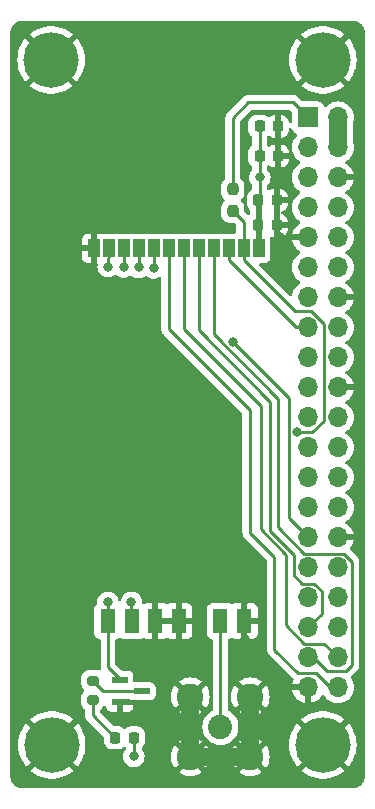
<source format=gtl>
%TF.GenerationSoftware,KiCad,Pcbnew,7.0.6*%
%TF.CreationDate,2024-05-06T19:07:49-07:00*%
%TF.ProjectId,2400_TCXO_RPi,32343030-5f54-4435-984f-5f5250692e6b,1.0*%
%TF.SameCoordinates,Original*%
%TF.FileFunction,Copper,L1,Top*%
%TF.FilePolarity,Positive*%
%FSLAX46Y46*%
G04 Gerber Fmt 4.6, Leading zero omitted, Abs format (unit mm)*
G04 Created by KiCad (PCBNEW 7.0.6) date 2024-05-06 19:07:49*
%MOMM*%
%LPD*%
G01*
G04 APERTURE LIST*
G04 Aperture macros list*
%AMRoundRect*
0 Rectangle with rounded corners*
0 $1 Rounding radius*
0 $2 $3 $4 $5 $6 $7 $8 $9 X,Y pos of 4 corners*
0 Add a 4 corners polygon primitive as box body*
4,1,4,$2,$3,$4,$5,$6,$7,$8,$9,$2,$3,0*
0 Add four circle primitives for the rounded corners*
1,1,$1+$1,$2,$3*
1,1,$1+$1,$4,$5*
1,1,$1+$1,$6,$7*
1,1,$1+$1,$8,$9*
0 Add four rect primitives between the rounded corners*
20,1,$1+$1,$2,$3,$4,$5,0*
20,1,$1+$1,$4,$5,$6,$7,0*
20,1,$1+$1,$6,$7,$8,$9,0*
20,1,$1+$1,$8,$9,$2,$3,0*%
G04 Aperture macros list end*
%TA.AperFunction,SMDPad,CuDef*%
%ADD10RoundRect,0.237500X-0.237500X0.250000X-0.237500X-0.250000X0.237500X-0.250000X0.237500X0.250000X0*%
%TD*%
%TA.AperFunction,SMDPad,CuDef*%
%ADD11R,1.320800X0.558800*%
%TD*%
%TA.AperFunction,ComponentPad*%
%ADD12C,4.700000*%
%TD*%
%TA.AperFunction,SMDPad,CuDef*%
%ADD13RoundRect,0.225000X-0.225000X-0.250000X0.225000X-0.250000X0.225000X0.250000X-0.225000X0.250000X0*%
%TD*%
%TA.AperFunction,SMDPad,CuDef*%
%ADD14RoundRect,0.218750X-0.218750X-0.256250X0.218750X-0.256250X0.218750X0.256250X-0.218750X0.256250X0*%
%TD*%
%TA.AperFunction,SMDPad,CuDef*%
%ADD15R,0.975000X1.500000*%
%TD*%
%TA.AperFunction,SMDPad,CuDef*%
%ADD16R,1.300000X2.000000*%
%TD*%
%TA.AperFunction,SMDPad,CuDef*%
%ADD17R,5.100000X7.300000*%
%TD*%
%TA.AperFunction,SMDPad,CuDef*%
%ADD18RoundRect,0.200000X0.275000X-0.200000X0.275000X0.200000X-0.275000X0.200000X-0.275000X-0.200000X0*%
%TD*%
%TA.AperFunction,ComponentPad*%
%ADD19C,2.050000*%
%TD*%
%TA.AperFunction,ComponentPad*%
%ADD20C,2.250000*%
%TD*%
%TA.AperFunction,ComponentPad*%
%ADD21R,1.700000X1.700000*%
%TD*%
%TA.AperFunction,ComponentPad*%
%ADD22O,1.700000X1.700000*%
%TD*%
%TA.AperFunction,ViaPad*%
%ADD23C,0.800000*%
%TD*%
%TA.AperFunction,Conductor*%
%ADD24C,0.250000*%
%TD*%
%TA.AperFunction,Conductor*%
%ADD25C,0.500000*%
%TD*%
%TA.AperFunction,Conductor*%
%ADD26C,1.500000*%
%TD*%
%TA.AperFunction,Conductor*%
%ADD27C,1.000000*%
%TD*%
%TA.AperFunction,Conductor*%
%ADD28C,0.293370*%
%TD*%
G04 APERTURE END LIST*
D10*
%TO.P,R1,2*%
%TO.N,TCXO_EN*%
X143880000Y-64291000D03*
%TO.P,R1,1*%
%TO.N,+3V3*%
X143880000Y-62466000D03*
%TD*%
D11*
%TO.P,Q2,1,G*%
%TO.N,RF_TX_EN*%
X134297700Y-103997500D03*
%TO.P,Q2,2,S*%
%TO.N,GND*%
X134297700Y-105902500D03*
%TO.P,Q2,3,D*%
%TO.N,Net-(Q2-D)*%
X136177300Y-104950000D03*
%TD*%
D12*
%TO.P,H5,1,1*%
%TO.N,GND*%
X128500000Y-51500000D03*
%TD*%
D13*
%TO.P,C13,1,1*%
%TO.N,5V*%
X146140000Y-59642000D03*
%TO.P,C13,2,2*%
%TO.N,GND*%
X147690000Y-59642000D03*
%TD*%
D12*
%TO.P,H2,1,1*%
%TO.N,GND*%
X151500000Y-51500000D03*
%TD*%
D14*
%TO.P,D1,1,K*%
%TO.N,Net-(D1-K)*%
X133925000Y-108900000D03*
%TO.P,D1,2,A*%
%TO.N,5V*%
X135500000Y-108900000D03*
%TD*%
D13*
%TO.P,C10,1,1*%
%TO.N,5V*%
X146050000Y-65500000D03*
%TO.P,C10,2,2*%
%TO.N,GND*%
X147600000Y-65500000D03*
%TD*%
D15*
%TO.P,U2,1,VCC*%
%TO.N,5V*%
X146060000Y-67460000D03*
%TO.P,U2,2,TCXOEN*%
%TO.N,TCXO_EN*%
X144790000Y-67460000D03*
%TO.P,U2,3,NRESET*%
%TO.N,RF_RST*%
X143520000Y-67460000D03*
%TO.P,U2,4,BUSY*%
%TO.N,RF_BUSY*%
X142250000Y-67460000D03*
%TO.P,U2,5,DIO1*%
%TO.N,RF_IO1*%
X140980000Y-67460000D03*
%TO.P,U2,6,DIO2*%
%TO.N,RF_IO2*%
X139710000Y-67460000D03*
%TO.P,U2,7,DIO3*%
%TO.N,RF_IO3*%
X138440000Y-67460000D03*
%TO.P,U2,8,NSS*%
%TO.N,RF_CS*%
X137170000Y-67460000D03*
%TO.P,U2,9,SCK*%
%TO.N,SCLK*%
X135900000Y-67460000D03*
%TO.P,U2,10,MOSI*%
%TO.N,MOSI*%
X134630000Y-67460000D03*
%TO.P,U2,11,MISO*%
%TO.N,MISO*%
X133360000Y-67460000D03*
%TO.P,U2,12,GND*%
%TO.N,GND*%
X132090000Y-67460000D03*
D16*
%TO.P,U2,13,TXEN*%
%TO.N,RF_TX_EN*%
X133310000Y-99000000D03*
%TO.P,U2,14,RXEN*%
%TO.N,RF_RX_EN*%
X135310000Y-99000000D03*
%TO.P,U2,15,GND*%
%TO.N,GND*%
X137310000Y-99000000D03*
%TO.P,U2,16,GND*%
X139310000Y-99000000D03*
%TO.P,U2,17,ANT*%
%TO.N,Net-(J4-In)*%
X142830000Y-99000000D03*
%TO.P,U2,18,GND*%
%TO.N,GND*%
X144830000Y-99000000D03*
D17*
%TO.P,U2,19,GND*%
X139560000Y-93100000D03*
%TD*%
D12*
%TO.P,H4,1,1*%
%TO.N,GND*%
X151500000Y-109500000D03*
%TD*%
D18*
%TO.P,R10,1*%
%TO.N,Net-(D1-K)*%
X132012500Y-105700000D03*
%TO.P,R10,2*%
%TO.N,Net-(Q2-D)*%
X132012500Y-104050000D03*
%TD*%
D13*
%TO.P,C9,1,1*%
%TO.N,5V*%
X146050000Y-63400000D03*
%TO.P,C9,2,2*%
%TO.N,GND*%
X147600000Y-63400000D03*
%TD*%
D12*
%TO.P,H3,1,1*%
%TO.N,GND*%
X128550000Y-109500000D03*
%TD*%
D19*
%TO.P,J4,1,In*%
%TO.N,Net-(J4-In)*%
X142830000Y-107960000D03*
D20*
%TO.P,J4,2,Ext*%
%TO.N,GND*%
X140290000Y-105420000D03*
X140290000Y-110500000D03*
X145370000Y-105420000D03*
X145370000Y-110500000D03*
%TD*%
D13*
%TO.P,C12,1,1*%
%TO.N,5V*%
X146140000Y-57132000D03*
%TO.P,C12,2,2*%
%TO.N,GND*%
X147690000Y-57132000D03*
%TD*%
D21*
%TO.P,J1,1,Pin_1*%
%TO.N,+3V3*%
X150230000Y-56370000D03*
D22*
%TO.P,J1,2,Pin_2*%
%TO.N,5V*%
X152770000Y-56370000D03*
%TO.P,J1,3,Pin_3*%
%TO.N,unconnected-(J1-Pin_3-Pad3)*%
X150230000Y-58910000D03*
%TO.P,J1,4,Pin_4*%
%TO.N,5V*%
X152770000Y-58910000D03*
%TO.P,J1,5,Pin_5*%
%TO.N,unconnected-(J1-Pin_5-Pad5)*%
X150230000Y-61450000D03*
%TO.P,J1,6,Pin_6*%
%TO.N,GND*%
X152770000Y-61450000D03*
%TO.P,J1,7,Pin_7*%
%TO.N,unconnected-(J1-Pin_7-Pad7)*%
X150230000Y-63990000D03*
%TO.P,J1,8,Pin_8*%
%TO.N,TX*%
X152770000Y-63990000D03*
%TO.P,J1,9,Pin_9*%
%TO.N,GND*%
X150230000Y-66530000D03*
%TO.P,J1,10,Pin_10*%
%TO.N,RX*%
X152770000Y-66530000D03*
%TO.P,J1,11,Pin_11*%
%TO.N,unconnected-(J1-Pin_11-Pad11)*%
X150230000Y-69070000D03*
%TO.P,J1,12,Pin_12*%
%TO.N,unconnected-(J1-Pin_12-Pad12)*%
X152770000Y-69070000D03*
%TO.P,J1,13,Pin_13*%
%TO.N,ENAB_RF*%
X150230000Y-71610000D03*
%TO.P,J1,14,Pin_14*%
%TO.N,GND*%
X152770000Y-71610000D03*
%TO.P,J1,15,Pin_15*%
%TO.N,RF_RST*%
X150230000Y-74150000D03*
%TO.P,J1,16,Pin_16*%
%TO.N,RF_TX_EN*%
X152770000Y-74150000D03*
%TO.P,J1,17,Pin_17*%
%TO.N,unconnected-(J1-Pin_17-Pad17)*%
X150230000Y-76690000D03*
%TO.P,J1,18,Pin_18*%
%TO.N,RF_RX_EN*%
X152770000Y-76690000D03*
%TO.P,J1,19,Pin_19*%
%TO.N,MOSI*%
X150230000Y-79230000D03*
%TO.P,J1,20,Pin_20*%
%TO.N,GND*%
X152770000Y-79230000D03*
%TO.P,J1,21,Pin_21*%
%TO.N,MISO*%
X150230000Y-81770000D03*
%TO.P,J1,22,Pin_22*%
%TO.N,Net-(J1-Pin_22)*%
X152770000Y-81770000D03*
%TO.P,J1,23,Pin_23*%
%TO.N,SCLK*%
X150230000Y-84310000D03*
%TO.P,J1,24,Pin_24*%
%TO.N,unconnected-(J1-Pin_24-Pad24)*%
X152770000Y-84310000D03*
%TO.P,J1,25,Pin_25*%
%TO.N,GND*%
X150230000Y-86850000D03*
%TO.P,J1,26,Pin_26*%
%TO.N,unconnected-(J1-Pin_26-Pad26)*%
X152770000Y-86850000D03*
%TO.P,J1,27,Pin_27*%
%TO.N,unconnected-(J1-Pin_27-Pad27)*%
X150230000Y-89390000D03*
%TO.P,J1,28,Pin_28*%
%TO.N,unconnected-(J1-Pin_28-Pad28)*%
X152770000Y-89390000D03*
%TO.P,J1,29,Pin_29*%
%TO.N,RF_CS*%
X150230000Y-91930000D03*
%TO.P,J1,30,Pin_30*%
%TO.N,GND*%
X152770000Y-91930000D03*
%TO.P,J1,31,Pin_31*%
%TO.N,unconnected-(J1-Pin_31-Pad31)*%
X150230000Y-94470000D03*
%TO.P,J1,32,Pin_32*%
%TO.N,unconnected-(J1-Pin_32-Pad32)*%
X152770000Y-94470000D03*
%TO.P,J1,33,Pin_33*%
%TO.N,unconnected-(J1-Pin_33-Pad33)*%
X150230000Y-97010000D03*
%TO.P,J1,34,Pin_34*%
%TO.N,GND*%
X152770000Y-97010000D03*
%TO.P,J1,35,Pin_35*%
%TO.N,RF_IO1*%
X150230000Y-99550000D03*
%TO.P,J1,36,Pin_36*%
%TO.N,unconnected-(J1-Pin_36-Pad36)*%
X152770000Y-99550000D03*
%TO.P,J1,37,Pin_37*%
%TO.N,RF_BUSY*%
X150230000Y-102090000D03*
%TO.P,J1,38,Pin_38*%
%TO.N,RF_IO2*%
X152770000Y-102090000D03*
%TO.P,J1,39,Pin_39*%
%TO.N,GND*%
X150230000Y-104630000D03*
%TO.P,J1,40,Pin_40*%
%TO.N,RF_IO3*%
X152770000Y-104630000D03*
%TD*%
D23*
%TO.N,TCXO_EN*%
X149349500Y-83040000D03*
%TO.N,GND*%
X130440000Y-67430000D03*
X140500000Y-92575000D03*
X140500000Y-91625000D03*
X139625000Y-91625000D03*
X138230000Y-75620000D03*
X144896000Y-97264000D03*
X139625000Y-93525000D03*
X141720000Y-79180000D03*
X144896000Y-100566000D03*
X147875000Y-66525000D03*
X143990000Y-102230000D03*
X135360000Y-58970000D03*
X139625000Y-92575000D03*
X140500000Y-93525000D03*
X138750000Y-91625000D03*
X139308000Y-100820000D03*
X139370000Y-96240000D03*
X141570000Y-102280000D03*
X138750000Y-93525000D03*
X138750000Y-92575000D03*
X129760000Y-83560000D03*
X138750000Y-94500000D03*
X140500000Y-94500000D03*
X139625000Y-94500000D03*
X137276000Y-100820000D03*
%TO.N,5V*%
X135498000Y-110472000D03*
X146166000Y-61450000D03*
%TO.N,RF_TX_EN*%
X133300000Y-97425000D03*
%TO.N,RF_RX_EN*%
X135300000Y-97425000D03*
%TO.N,MOSI*%
X134625000Y-69050000D03*
%TO.N,MISO*%
X133325000Y-69025000D03*
%TO.N,SCLK*%
X135900000Y-69075000D03*
%TO.N,RF_CS*%
X143912299Y-75387701D03*
X137175000Y-69125000D03*
%TD*%
D24*
%TO.N,+3V3*%
X143880000Y-56413000D02*
X143901500Y-56391500D01*
X143880000Y-62466000D02*
X143880000Y-56413000D01*
X145193000Y-55100000D02*
X143901500Y-56391500D01*
%TO.N,TCXO_EN*%
X144790000Y-65201000D02*
X143880000Y-64291000D01*
X144790000Y-67460000D02*
X144790000Y-65201000D01*
X144790000Y-68460000D02*
X144790000Y-67460000D01*
X149115000Y-72785000D02*
X144790000Y-68460000D01*
X150526701Y-72785000D02*
X149115000Y-72785000D01*
X151595000Y-73853299D02*
X150526701Y-72785000D01*
X151595000Y-82066701D02*
X151595000Y-73853299D01*
X150621701Y-83040000D02*
X151595000Y-82066701D01*
X149349500Y-83040000D02*
X150621701Y-83040000D01*
%TO.N,+3V3*%
X148960000Y-55100000D02*
X145193000Y-55100000D01*
X150230000Y-56370000D02*
X148960000Y-55100000D01*
D25*
%TO.N,GND*%
X147600000Y-65500000D02*
X147600000Y-66250000D01*
X147600000Y-66250000D02*
X147875000Y-66525000D01*
D26*
X141430000Y-93100000D02*
X139560000Y-93100000D01*
D25*
X147600000Y-65500000D02*
X147600000Y-63400000D01*
D27*
X140520000Y-95350000D02*
X138270000Y-93100000D01*
D26*
X145370000Y-110500000D02*
X140290000Y-110500000D01*
X145370000Y-105420000D02*
X145370000Y-110500000D01*
X140290000Y-105420000D02*
X140290000Y-110500000D01*
X139310000Y-94815000D02*
X139625000Y-94500000D01*
D24*
%TO.N,5V*%
X146166000Y-61450000D02*
X146166000Y-63284000D01*
D25*
X146060000Y-67460000D02*
X146075000Y-67445000D01*
D24*
X146140000Y-59642000D02*
X146140000Y-61424000D01*
D25*
X146075000Y-63425000D02*
X146050000Y-63400000D01*
D24*
X135500000Y-110470000D02*
X135498000Y-110472000D01*
D25*
X146075000Y-67445000D02*
X146075000Y-63425000D01*
D24*
X135500000Y-108900000D02*
X135500000Y-110470000D01*
X146140000Y-57132000D02*
X146140000Y-59642000D01*
X146166000Y-63284000D02*
X146050000Y-63400000D01*
D26*
X152770000Y-56370000D02*
X152770000Y-58910000D01*
D24*
X146140000Y-61424000D02*
X146166000Y-61450000D01*
%TO.N,RF_RST*%
X143520000Y-67460000D02*
X143520000Y-68460000D01*
X149210000Y-74150000D02*
X150230000Y-74150000D01*
X143520000Y-68460000D02*
X149210000Y-74150000D01*
%TO.N,RF_TX_EN*%
X134297700Y-103997500D02*
X134297700Y-103922700D01*
X133310000Y-99000000D02*
X133300000Y-97425000D01*
X133310000Y-102935000D02*
X133310000Y-99000000D01*
X134297700Y-103922700D02*
X133310000Y-102935000D01*
%TO.N,RF_RX_EN*%
X135310000Y-99000000D02*
X135300000Y-97425000D01*
%TO.N,MOSI*%
X134630000Y-67460000D02*
X134625000Y-69050000D01*
%TO.N,MISO*%
X133360000Y-67460000D02*
X133325000Y-69025000D01*
%TO.N,SCLK*%
X135900000Y-67460000D02*
X135900000Y-69075000D01*
%TO.N,RF_CS*%
X150230000Y-91930000D02*
X148625000Y-90325000D01*
X148625000Y-80165000D02*
X143880000Y-75420000D01*
X143912299Y-75387701D02*
X143944598Y-75420000D01*
X137170000Y-67460000D02*
X137175000Y-69125000D01*
X148625000Y-90325000D02*
X148625000Y-80165000D01*
%TO.N,RF_IO1*%
X149743299Y-95835000D02*
X150760000Y-95835000D01*
X151405000Y-96480000D02*
X151405000Y-98375000D01*
X147000000Y-91400000D02*
X147000000Y-80425000D01*
X149055000Y-93455000D02*
X149055000Y-95146701D01*
X151405000Y-98375000D02*
X150230000Y-99550000D01*
X150760000Y-95835000D02*
X151405000Y-96480000D01*
X149055000Y-95146701D02*
X149743299Y-95835000D01*
X149055000Y-93455000D02*
X147000000Y-91400000D01*
X140980000Y-74405000D02*
X140980000Y-67460000D01*
X147000000Y-80425000D02*
X140980000Y-74405000D01*
%TO.N,RF_BUSY*%
X150690000Y-102090000D02*
X150230000Y-102090000D01*
X147725000Y-80225000D02*
X147725000Y-91086701D01*
X142250000Y-67460000D02*
X142250000Y-74750000D01*
X153950000Y-102761701D02*
X153446701Y-103265000D01*
X149933299Y-93295000D02*
X153270000Y-93295000D01*
X147725000Y-91086701D02*
X149933299Y-93295000D01*
X142250000Y-74750000D02*
X147725000Y-80225000D01*
X151865000Y-103265000D02*
X150690000Y-102090000D01*
X153270000Y-93295000D02*
X153950000Y-93975000D01*
X153446701Y-103265000D02*
X151865000Y-103265000D01*
X153950000Y-93975000D02*
X153950000Y-102761701D01*
%TO.N,RF_IO2*%
X148375000Y-93411396D02*
X146225000Y-91261396D01*
X152770000Y-102090000D02*
X151595000Y-100915000D01*
X151595000Y-100915000D02*
X149900000Y-100915000D01*
X146225000Y-80825000D02*
X139710000Y-74310000D01*
X139710000Y-74310000D02*
X139710000Y-67460000D01*
X146225000Y-91261396D02*
X146225000Y-80825000D01*
X148375000Y-99390000D02*
X148375000Y-93411396D01*
X149900000Y-100915000D02*
X148375000Y-99390000D01*
%TO.N,RF_IO3*%
X150928604Y-103425000D02*
X152133604Y-104630000D01*
X145325000Y-81175000D02*
X145325000Y-91525000D01*
X147400000Y-101425000D02*
X149400000Y-103425000D01*
X138440000Y-74290000D02*
X145325000Y-81175000D01*
X147400000Y-93600000D02*
X147400000Y-101425000D01*
X138440000Y-67460000D02*
X138440000Y-74290000D01*
X145325000Y-91525000D02*
X147400000Y-93600000D01*
X152133604Y-104630000D02*
X152770000Y-104630000D01*
X149400000Y-103425000D02*
X150928604Y-103425000D01*
D28*
%TO.N,Net-(J4-In)*%
X142830000Y-99000000D02*
X142830000Y-107960000D01*
D24*
%TO.N,Net-(D1-K)*%
X132012500Y-105700000D02*
X132012500Y-106987500D01*
X132012500Y-106987500D02*
X133925000Y-108900000D01*
%TO.N,Net-(Q2-D)*%
X132912500Y-104950000D02*
X136177300Y-104950000D01*
X132012500Y-104050000D02*
X132912500Y-104950000D01*
%TD*%
%TA.AperFunction,Conductor*%
%TO.N,GND*%
G36*
X148716587Y-55745185D02*
G01*
X148737229Y-55761819D01*
X148843181Y-55867771D01*
X148876666Y-55929094D01*
X148879500Y-55955452D01*
X148879500Y-56744175D01*
X148859815Y-56811214D01*
X148807011Y-56856969D01*
X148737853Y-56866913D01*
X148674297Y-56837888D01*
X148636523Y-56779110D01*
X148632142Y-56756774D01*
X148629856Y-56734393D01*
X148576547Y-56573518D01*
X148576542Y-56573507D01*
X148487575Y-56429271D01*
X148487572Y-56429267D01*
X148367732Y-56309427D01*
X148367728Y-56309424D01*
X148223492Y-56220457D01*
X148223481Y-56220452D01*
X148062606Y-56167144D01*
X147963322Y-56157000D01*
X147940000Y-56157000D01*
X147940000Y-58106999D01*
X147963308Y-58106999D01*
X147963322Y-58106998D01*
X148062607Y-58096855D01*
X148223481Y-58043547D01*
X148223492Y-58043542D01*
X148367728Y-57954575D01*
X148367732Y-57954572D01*
X148487572Y-57834732D01*
X148487575Y-57834728D01*
X148576542Y-57690492D01*
X148576547Y-57690481D01*
X148629855Y-57529606D01*
X148639999Y-57430322D01*
X148639999Y-57350785D01*
X148659683Y-57283746D01*
X148712486Y-57237990D01*
X148781645Y-57228046D01*
X148845201Y-57257070D01*
X148882976Y-57315848D01*
X148884674Y-57322260D01*
X148885908Y-57327481D01*
X148936202Y-57462328D01*
X148936206Y-57462335D01*
X149022452Y-57577544D01*
X149022455Y-57577547D01*
X149137664Y-57663793D01*
X149137671Y-57663797D01*
X149269081Y-57712810D01*
X149325015Y-57754681D01*
X149349432Y-57820145D01*
X149334580Y-57888418D01*
X149313430Y-57916673D01*
X149191503Y-58038600D01*
X149055965Y-58232169D01*
X149055964Y-58232171D01*
X148956098Y-58446335D01*
X148956094Y-58446344D01*
X148894938Y-58674586D01*
X148894936Y-58674596D01*
X148874341Y-58909999D01*
X148874341Y-58910000D01*
X148894936Y-59145403D01*
X148894938Y-59145413D01*
X148956094Y-59373655D01*
X148956096Y-59373659D01*
X148956097Y-59373663D01*
X148960000Y-59382032D01*
X149055965Y-59587830D01*
X149055967Y-59587834D01*
X149164281Y-59742521D01*
X149191501Y-59781396D01*
X149191506Y-59781402D01*
X149358597Y-59948493D01*
X149358603Y-59948498D01*
X149544158Y-60078425D01*
X149587783Y-60133002D01*
X149594977Y-60202500D01*
X149563454Y-60264855D01*
X149544158Y-60281575D01*
X149358597Y-60411505D01*
X149191505Y-60578597D01*
X149055965Y-60772169D01*
X149055964Y-60772171D01*
X148956098Y-60986335D01*
X148956094Y-60986344D01*
X148894938Y-61214586D01*
X148894936Y-61214596D01*
X148874341Y-61449999D01*
X148874341Y-61450000D01*
X148894936Y-61685403D01*
X148894938Y-61685413D01*
X148956094Y-61913655D01*
X148956096Y-61913659D01*
X148956097Y-61913663D01*
X149050500Y-62116110D01*
X149055965Y-62127830D01*
X149055967Y-62127834D01*
X149083273Y-62166830D01*
X149191501Y-62321396D01*
X149191506Y-62321402D01*
X149358597Y-62488493D01*
X149358603Y-62488498D01*
X149544158Y-62618425D01*
X149587783Y-62673002D01*
X149594977Y-62742500D01*
X149563454Y-62804855D01*
X149544158Y-62821575D01*
X149358597Y-62951505D01*
X149191505Y-63118597D01*
X149055965Y-63312169D01*
X149055964Y-63312171D01*
X148956098Y-63526335D01*
X148956094Y-63526344D01*
X148894938Y-63754586D01*
X148894936Y-63754596D01*
X148874341Y-63989999D01*
X148874341Y-63990000D01*
X148894936Y-64225403D01*
X148894938Y-64225413D01*
X148956094Y-64453655D01*
X148956096Y-64453659D01*
X148956097Y-64453663D01*
X149032726Y-64617994D01*
X149055965Y-64667830D01*
X149055967Y-64667834D01*
X149146380Y-64796956D01*
X149191501Y-64861396D01*
X149191506Y-64861402D01*
X149358597Y-65028493D01*
X149358603Y-65028498D01*
X149544594Y-65158730D01*
X149588219Y-65213307D01*
X149595413Y-65282805D01*
X149563890Y-65345160D01*
X149544595Y-65361880D01*
X149358922Y-65491890D01*
X149358920Y-65491891D01*
X149191891Y-65658920D01*
X149191886Y-65658926D01*
X149056400Y-65852420D01*
X149056399Y-65852422D01*
X148956570Y-66066507D01*
X148956567Y-66066513D01*
X148899364Y-66279999D01*
X148899364Y-66280000D01*
X149796314Y-66280000D01*
X149770507Y-66320156D01*
X149730000Y-66458111D01*
X149730000Y-66601889D01*
X149770507Y-66739844D01*
X149796314Y-66780000D01*
X148899364Y-66780000D01*
X148956567Y-66993486D01*
X148956570Y-66993492D01*
X149056399Y-67207578D01*
X149191894Y-67401082D01*
X149358917Y-67568105D01*
X149544595Y-67698119D01*
X149588219Y-67752696D01*
X149595412Y-67822195D01*
X149563890Y-67884549D01*
X149544595Y-67901269D01*
X149358594Y-68031508D01*
X149191505Y-68198597D01*
X149055965Y-68392169D01*
X149055964Y-68392171D01*
X148956098Y-68606335D01*
X148956094Y-68606344D01*
X148894938Y-68834586D01*
X148894936Y-68834596D01*
X148874341Y-69069999D01*
X148874341Y-69070000D01*
X148894936Y-69305403D01*
X148894938Y-69305413D01*
X148956094Y-69533655D01*
X148956096Y-69533659D01*
X148956097Y-69533663D01*
X149048248Y-69731280D01*
X149055965Y-69747830D01*
X149055967Y-69747834D01*
X149133910Y-69859147D01*
X149191504Y-69941400D01*
X149191506Y-69941402D01*
X149358597Y-70108493D01*
X149358603Y-70108498D01*
X149544158Y-70238425D01*
X149587783Y-70293002D01*
X149594977Y-70362500D01*
X149563454Y-70424855D01*
X149544158Y-70441575D01*
X149358597Y-70571505D01*
X149191505Y-70738597D01*
X149055965Y-70932169D01*
X149055964Y-70932171D01*
X148956098Y-71146335D01*
X148956094Y-71146344D01*
X148894938Y-71374586D01*
X148894936Y-71374595D01*
X148893515Y-71390844D01*
X148868061Y-71455912D01*
X148811469Y-71496890D01*
X148741707Y-71500766D01*
X148682306Y-71467715D01*
X146136771Y-68922180D01*
X146103286Y-68860857D01*
X146108270Y-68791165D01*
X146150142Y-68735232D01*
X146215606Y-68710815D01*
X146224452Y-68710499D01*
X146595371Y-68710499D01*
X146595372Y-68710499D01*
X146654983Y-68704091D01*
X146789831Y-68653796D01*
X146905046Y-68567546D01*
X146991296Y-68452331D01*
X147041591Y-68317483D01*
X147048000Y-68257873D01*
X147047999Y-66662128D01*
X147041591Y-66602517D01*
X147041586Y-66602506D01*
X147041568Y-66602423D01*
X147041572Y-66602342D01*
X147040762Y-66594804D01*
X147041982Y-66594672D01*
X147045303Y-66532653D01*
X147086166Y-66475978D01*
X147151182Y-66450392D01*
X147201247Y-66456192D01*
X147227393Y-66464855D01*
X147326683Y-66474999D01*
X147350000Y-66474998D01*
X147350000Y-65750000D01*
X147850000Y-65750000D01*
X147850000Y-66474999D01*
X147873308Y-66474999D01*
X147873322Y-66474998D01*
X147972607Y-66464855D01*
X148133481Y-66411547D01*
X148133492Y-66411542D01*
X148277728Y-66322575D01*
X148277732Y-66322572D01*
X148397572Y-66202732D01*
X148397575Y-66202728D01*
X148486542Y-66058492D01*
X148486547Y-66058481D01*
X148539855Y-65897606D01*
X148549999Y-65798322D01*
X148550000Y-65798309D01*
X148550000Y-65750000D01*
X147850000Y-65750000D01*
X147350000Y-65750000D01*
X147350000Y-65374000D01*
X147369685Y-65306961D01*
X147422489Y-65261206D01*
X147474000Y-65250000D01*
X148549999Y-65250000D01*
X148549999Y-65201692D01*
X148549998Y-65201677D01*
X148539855Y-65102392D01*
X148486547Y-64941518D01*
X148486542Y-64941507D01*
X148397575Y-64797271D01*
X148397572Y-64797267D01*
X148277732Y-64677427D01*
X148277728Y-64677424D01*
X148133492Y-64588457D01*
X148133481Y-64588452D01*
X148070872Y-64567706D01*
X148013427Y-64527934D01*
X147986604Y-64463418D01*
X147998919Y-64394642D01*
X148046462Y-64343442D01*
X148070872Y-64332294D01*
X148133481Y-64311547D01*
X148133492Y-64311542D01*
X148277728Y-64222575D01*
X148277732Y-64222572D01*
X148397572Y-64102732D01*
X148397575Y-64102728D01*
X148486542Y-63958492D01*
X148486547Y-63958481D01*
X148539855Y-63797606D01*
X148549999Y-63698322D01*
X148550000Y-63698309D01*
X148550000Y-63650000D01*
X147474000Y-63650000D01*
X147406961Y-63630315D01*
X147361206Y-63577511D01*
X147350000Y-63526000D01*
X147350000Y-62425000D01*
X147850000Y-62425000D01*
X147850000Y-63150000D01*
X148549999Y-63150000D01*
X148549999Y-63101692D01*
X148549998Y-63101677D01*
X148539855Y-63002392D01*
X148486547Y-62841518D01*
X148486542Y-62841507D01*
X148397575Y-62697271D01*
X148397572Y-62697267D01*
X148277732Y-62577427D01*
X148277728Y-62577424D01*
X148133492Y-62488457D01*
X148133481Y-62488452D01*
X147972606Y-62435144D01*
X147873322Y-62425000D01*
X147850000Y-62425000D01*
X147350000Y-62425000D01*
X147350000Y-62424999D01*
X147326693Y-62425000D01*
X147326674Y-62425001D01*
X147227392Y-62435144D01*
X147066518Y-62488452D01*
X147066513Y-62488454D01*
X146980597Y-62541449D01*
X146913205Y-62559889D01*
X146846541Y-62538967D01*
X146801771Y-62485325D01*
X146791500Y-62435910D01*
X146791500Y-62148687D01*
X146811185Y-62081648D01*
X146823350Y-62065715D01*
X146841891Y-62045122D01*
X146898533Y-61982216D01*
X146993179Y-61818284D01*
X147051674Y-61638256D01*
X147071460Y-61450000D01*
X147051674Y-61261744D01*
X146993179Y-61081716D01*
X146898533Y-60917784D01*
X146797350Y-60805409D01*
X146767120Y-60742418D01*
X146765500Y-60722437D01*
X146765500Y-60566547D01*
X146785185Y-60499508D01*
X146812595Y-60469276D01*
X146818041Y-60464969D01*
X146818044Y-60464968D01*
X146827668Y-60455343D01*
X146888987Y-60421856D01*
X146958679Y-60426835D01*
X147003034Y-60455339D01*
X147012267Y-60464572D01*
X147012271Y-60464575D01*
X147156507Y-60553542D01*
X147156518Y-60553547D01*
X147317393Y-60606855D01*
X147416683Y-60616999D01*
X147440000Y-60616998D01*
X147440000Y-59892000D01*
X147940000Y-59892000D01*
X147940000Y-60616999D01*
X147963308Y-60616999D01*
X147963322Y-60616998D01*
X148062607Y-60606855D01*
X148223481Y-60553547D01*
X148223492Y-60553542D01*
X148367728Y-60464575D01*
X148367732Y-60464572D01*
X148487572Y-60344732D01*
X148487575Y-60344728D01*
X148576542Y-60200492D01*
X148576547Y-60200481D01*
X148629855Y-60039606D01*
X148639999Y-59940322D01*
X148640000Y-59940309D01*
X148640000Y-59892000D01*
X147940000Y-59892000D01*
X147440000Y-59892000D01*
X147440000Y-58667000D01*
X147940000Y-58667000D01*
X147940000Y-59392000D01*
X148639999Y-59392000D01*
X148639999Y-59343692D01*
X148639998Y-59343677D01*
X148629855Y-59244392D01*
X148576547Y-59083518D01*
X148576542Y-59083507D01*
X148487575Y-58939271D01*
X148487572Y-58939267D01*
X148367732Y-58819427D01*
X148367728Y-58819424D01*
X148223492Y-58730457D01*
X148223481Y-58730452D01*
X148062606Y-58677144D01*
X147963322Y-58667000D01*
X147940000Y-58667000D01*
X147440000Y-58667000D01*
X147440000Y-58666999D01*
X147416693Y-58667000D01*
X147416674Y-58667001D01*
X147317392Y-58677144D01*
X147156518Y-58730452D01*
X147156507Y-58730457D01*
X147012271Y-58819424D01*
X147012264Y-58819430D01*
X147003028Y-58828665D01*
X146941703Y-58862146D01*
X146872011Y-58857157D01*
X146827672Y-58828659D01*
X146818046Y-58819033D01*
X146812590Y-58814719D01*
X146772213Y-58757697D01*
X146765500Y-58717452D01*
X146765500Y-58056547D01*
X146785185Y-57989508D01*
X146812595Y-57959276D01*
X146818041Y-57954969D01*
X146818044Y-57954968D01*
X146827668Y-57945343D01*
X146888987Y-57911856D01*
X146958679Y-57916835D01*
X147003034Y-57945339D01*
X147012267Y-57954572D01*
X147012271Y-57954575D01*
X147156507Y-58043542D01*
X147156518Y-58043547D01*
X147317393Y-58096855D01*
X147416683Y-58106999D01*
X147440000Y-58106998D01*
X147440000Y-56156999D01*
X147416693Y-56157000D01*
X147416674Y-56157001D01*
X147317392Y-56167144D01*
X147156518Y-56220452D01*
X147156507Y-56220457D01*
X147012271Y-56309424D01*
X147012265Y-56309428D01*
X147003031Y-56318663D01*
X146941707Y-56352146D01*
X146872015Y-56347159D01*
X146827672Y-56318660D01*
X146818044Y-56309032D01*
X146818040Y-56309029D01*
X146673705Y-56220001D01*
X146673699Y-56219998D01*
X146673697Y-56219997D01*
X146669813Y-56218710D01*
X146512709Y-56166651D01*
X146413346Y-56156500D01*
X145866662Y-56156500D01*
X145866644Y-56156501D01*
X145767292Y-56166650D01*
X145767289Y-56166651D01*
X145606305Y-56219996D01*
X145606294Y-56220001D01*
X145461959Y-56309029D01*
X145461955Y-56309032D01*
X145342032Y-56428955D01*
X145342029Y-56428959D01*
X145253001Y-56573294D01*
X145252996Y-56573305D01*
X145199651Y-56734290D01*
X145189500Y-56833647D01*
X145189500Y-57430337D01*
X145189501Y-57430355D01*
X145199650Y-57529707D01*
X145199651Y-57529710D01*
X145252996Y-57690694D01*
X145253001Y-57690705D01*
X145342029Y-57835040D01*
X145342032Y-57835044D01*
X145461956Y-57954968D01*
X145461963Y-57954972D01*
X145467404Y-57959274D01*
X145507785Y-58016293D01*
X145514500Y-58056546D01*
X145514500Y-58717452D01*
X145494815Y-58784491D01*
X145467410Y-58814719D01*
X145461958Y-58819029D01*
X145342029Y-58938959D01*
X145253001Y-59083294D01*
X145252996Y-59083305D01*
X145199651Y-59244290D01*
X145189500Y-59343647D01*
X145189500Y-59940337D01*
X145189501Y-59940355D01*
X145199650Y-60039707D01*
X145199651Y-60039710D01*
X145252996Y-60200694D01*
X145253001Y-60200705D01*
X145342029Y-60345040D01*
X145342032Y-60345044D01*
X145461956Y-60464968D01*
X145461963Y-60464972D01*
X145467404Y-60469274D01*
X145507785Y-60526293D01*
X145514500Y-60566546D01*
X145514500Y-60780187D01*
X145494815Y-60847226D01*
X145482650Y-60863159D01*
X145433470Y-60917778D01*
X145433465Y-60917785D01*
X145338821Y-61081715D01*
X145338818Y-61081722D01*
X145295645Y-61214596D01*
X145280326Y-61261744D01*
X145260540Y-61450000D01*
X145280326Y-61638256D01*
X145280327Y-61638259D01*
X145338818Y-61818277D01*
X145338821Y-61818284D01*
X145433467Y-61982216D01*
X145476772Y-62030310D01*
X145508650Y-62065715D01*
X145538880Y-62128706D01*
X145540500Y-62148687D01*
X145540500Y-62403865D01*
X145520815Y-62470904D01*
X145481598Y-62509403D01*
X145371956Y-62577031D01*
X145252032Y-62696955D01*
X145252029Y-62696959D01*
X145163001Y-62841294D01*
X145162996Y-62841305D01*
X145109651Y-63002290D01*
X145099500Y-63101647D01*
X145099500Y-63698337D01*
X145099501Y-63698355D01*
X145109650Y-63797707D01*
X145109651Y-63797710D01*
X145162996Y-63958694D01*
X145163001Y-63958705D01*
X145252029Y-64103040D01*
X145252031Y-64103043D01*
X145252032Y-64103044D01*
X145288181Y-64139193D01*
X145321666Y-64200513D01*
X145324500Y-64226873D01*
X145324500Y-64551546D01*
X145304815Y-64618585D01*
X145252011Y-64664340D01*
X145182853Y-64674284D01*
X145119297Y-64645259D01*
X145112819Y-64639227D01*
X144891818Y-64418226D01*
X144858333Y-64356903D01*
X144855499Y-64330545D01*
X144855499Y-63991830D01*
X144855498Y-63991813D01*
X144845174Y-63890747D01*
X144814344Y-63797710D01*
X144790908Y-63726984D01*
X144700340Y-63580150D01*
X144586370Y-63466180D01*
X144552886Y-63404858D01*
X144557870Y-63335166D01*
X144586371Y-63290819D01*
X144586370Y-63290818D01*
X144700340Y-63176850D01*
X144790908Y-63030016D01*
X144845174Y-62866253D01*
X144855500Y-62765177D01*
X144855499Y-62166824D01*
X144845174Y-62065747D01*
X144790908Y-61901984D01*
X144700340Y-61755150D01*
X144578350Y-61633160D01*
X144569192Y-61627511D01*
X144564400Y-61624555D01*
X144517677Y-61572605D01*
X144505500Y-61519018D01*
X144505500Y-56723452D01*
X144525185Y-56656413D01*
X144541819Y-56635771D01*
X145415772Y-55761819D01*
X145477095Y-55728334D01*
X145503453Y-55725500D01*
X148649548Y-55725500D01*
X148716587Y-55745185D01*
G37*
%TD.AperFunction*%
%TA.AperFunction,Conductor*%
G36*
X154052695Y-48170735D02*
G01*
X154095519Y-48174482D01*
X154221771Y-48186918D01*
X154241685Y-48190541D01*
X154308349Y-48208403D01*
X154401570Y-48236682D01*
X154417971Y-48242958D01*
X154485411Y-48274406D01*
X154488375Y-48275888D01*
X154525969Y-48295982D01*
X154572327Y-48320762D01*
X154578667Y-48324657D01*
X154644828Y-48370983D01*
X154648600Y-48373844D01*
X154720808Y-48433103D01*
X154725309Y-48437182D01*
X154782815Y-48494688D01*
X154786895Y-48499190D01*
X154846154Y-48571398D01*
X154849015Y-48575170D01*
X154895341Y-48641331D01*
X154899236Y-48647671D01*
X154944101Y-48731605D01*
X154945614Y-48734631D01*
X154977040Y-48802027D01*
X154983319Y-48818435D01*
X155011601Y-48911669D01*
X155029454Y-48978299D01*
X155033082Y-48998238D01*
X155045523Y-49124554D01*
X155049264Y-49167302D01*
X155049500Y-49172710D01*
X155049500Y-112167289D01*
X155049264Y-112172697D01*
X155045523Y-112215445D01*
X155033082Y-112341760D01*
X155029454Y-112361699D01*
X155011601Y-112428330D01*
X154983318Y-112521563D01*
X154977040Y-112537971D01*
X154945614Y-112605367D01*
X154944101Y-112608393D01*
X154899236Y-112692327D01*
X154895341Y-112698667D01*
X154849015Y-112764828D01*
X154846154Y-112768600D01*
X154786895Y-112840808D01*
X154782806Y-112845320D01*
X154725320Y-112902806D01*
X154720808Y-112906895D01*
X154648600Y-112966154D01*
X154644828Y-112969015D01*
X154578667Y-113015341D01*
X154572327Y-113019236D01*
X154488393Y-113064101D01*
X154485367Y-113065614D01*
X154417971Y-113097040D01*
X154401563Y-113103318D01*
X154308330Y-113131601D01*
X154241699Y-113149454D01*
X154221760Y-113153082D01*
X154095445Y-113165523D01*
X154054789Y-113169080D01*
X154052696Y-113169264D01*
X154047290Y-113169500D01*
X126052710Y-113169500D01*
X126047303Y-113169264D01*
X126045015Y-113169063D01*
X126004554Y-113165523D01*
X125878238Y-113153082D01*
X125858299Y-113149454D01*
X125791669Y-113131601D01*
X125698435Y-113103319D01*
X125682027Y-113097040D01*
X125633433Y-113074381D01*
X125614618Y-113065607D01*
X125611605Y-113064101D01*
X125527671Y-113019236D01*
X125521331Y-113015341D01*
X125455170Y-112969015D01*
X125451398Y-112966154D01*
X125379190Y-112906895D01*
X125374688Y-112902815D01*
X125317182Y-112845309D01*
X125313103Y-112840808D01*
X125253844Y-112768600D01*
X125250983Y-112764828D01*
X125204657Y-112698667D01*
X125200762Y-112692327D01*
X125175982Y-112645969D01*
X125155888Y-112608375D01*
X125154406Y-112605411D01*
X125122958Y-112537971D01*
X125116682Y-112521570D01*
X125088398Y-112428330D01*
X125070541Y-112361685D01*
X125066918Y-112341771D01*
X125054482Y-112215519D01*
X125050735Y-112172695D01*
X125050500Y-112167293D01*
X125050500Y-109500003D01*
X125695170Y-109500003D01*
X125714473Y-109831426D01*
X125714474Y-109831437D01*
X125772118Y-110158351D01*
X125772121Y-110158365D01*
X125867336Y-110476408D01*
X125998827Y-110781236D01*
X125998833Y-110781249D01*
X126164824Y-111068756D01*
X126362358Y-111334088D01*
X127435073Y-110261372D01*
X127511890Y-110371078D01*
X127678922Y-110538110D01*
X127788626Y-110614925D01*
X126719289Y-111684261D01*
X126719290Y-111684262D01*
X126845210Y-111789922D01*
X127122588Y-111972356D01*
X127419252Y-112121347D01*
X127419258Y-112121350D01*
X127731213Y-112234892D01*
X127731234Y-112234899D01*
X128054248Y-112311456D01*
X128054263Y-112311458D01*
X128384012Y-112349999D01*
X128384013Y-112350000D01*
X128715987Y-112350000D01*
X128715987Y-112349999D01*
X129045736Y-112311458D01*
X129045751Y-112311456D01*
X129368765Y-112234899D01*
X129368786Y-112234892D01*
X129680741Y-112121350D01*
X129680747Y-112121347D01*
X129977411Y-111972356D01*
X130254783Y-111789926D01*
X130254785Y-111789925D01*
X130380708Y-111684262D01*
X130380709Y-111684261D01*
X129311373Y-110614925D01*
X129421078Y-110538110D01*
X129588110Y-110371078D01*
X129664925Y-110261373D01*
X130737640Y-111334088D01*
X130935175Y-111068756D01*
X131101166Y-110781249D01*
X131101172Y-110781236D01*
X131232663Y-110476408D01*
X131327878Y-110158365D01*
X131327881Y-110158351D01*
X131385525Y-109831437D01*
X131385526Y-109831426D01*
X131404830Y-109500003D01*
X131404830Y-109499996D01*
X131385526Y-109168573D01*
X131385525Y-109168562D01*
X131327881Y-108841648D01*
X131327878Y-108841634D01*
X131232663Y-108523591D01*
X131101172Y-108218763D01*
X131101166Y-108218750D01*
X130935175Y-107931243D01*
X130737640Y-107665910D01*
X129664925Y-108738625D01*
X129588110Y-108628922D01*
X129421078Y-108461890D01*
X129311373Y-108385073D01*
X130380709Y-107315737D01*
X130380708Y-107315736D01*
X130254789Y-107210077D01*
X129977411Y-107027643D01*
X129680747Y-106878652D01*
X129680741Y-106878649D01*
X129368786Y-106765107D01*
X129368765Y-106765100D01*
X129045751Y-106688543D01*
X129045736Y-106688541D01*
X128715987Y-106650000D01*
X128384013Y-106650000D01*
X128054263Y-106688541D01*
X128054248Y-106688543D01*
X127731234Y-106765100D01*
X127731213Y-106765107D01*
X127419258Y-106878649D01*
X127419252Y-106878652D01*
X127122588Y-107027643D01*
X126845215Y-107210074D01*
X126719289Y-107315736D01*
X127788626Y-108385073D01*
X127678922Y-108461890D01*
X127511890Y-108628922D01*
X127435073Y-108738626D01*
X126362357Y-107665910D01*
X126164827Y-107931239D01*
X125998833Y-108218750D01*
X125998827Y-108218763D01*
X125867336Y-108523591D01*
X125772121Y-108841634D01*
X125772118Y-108841648D01*
X125714474Y-109168562D01*
X125714473Y-109168573D01*
X125695170Y-109499996D01*
X125695170Y-109500003D01*
X125050500Y-109500003D01*
X125050500Y-105956616D01*
X131037000Y-105956616D01*
X131037768Y-105965063D01*
X131043413Y-106027192D01*
X131043413Y-106027194D01*
X131043414Y-106027196D01*
X131094022Y-106189606D01*
X131154272Y-106289272D01*
X131182030Y-106335188D01*
X131302311Y-106455469D01*
X131302313Y-106455470D01*
X131302315Y-106455472D01*
X131327150Y-106470485D01*
X131374337Y-106522010D01*
X131387000Y-106576601D01*
X131387000Y-106904755D01*
X131385275Y-106920372D01*
X131385561Y-106920399D01*
X131384826Y-106928165D01*
X131387000Y-106997314D01*
X131387000Y-107026843D01*
X131387001Y-107026860D01*
X131387868Y-107033731D01*
X131388326Y-107039550D01*
X131389790Y-107086124D01*
X131389791Y-107086127D01*
X131395380Y-107105367D01*
X131399324Y-107124411D01*
X131401836Y-107144291D01*
X131418990Y-107187619D01*
X131420882Y-107193147D01*
X131433881Y-107237888D01*
X131444080Y-107255134D01*
X131452638Y-107272603D01*
X131460014Y-107291232D01*
X131487398Y-107328923D01*
X131490606Y-107333807D01*
X131514327Y-107373916D01*
X131514333Y-107373924D01*
X131528490Y-107388080D01*
X131541128Y-107402876D01*
X131552905Y-107419086D01*
X131552906Y-107419087D01*
X131588809Y-107448788D01*
X131593120Y-107452710D01*
X132276558Y-108136148D01*
X132950681Y-108810271D01*
X132984166Y-108871594D01*
X132987000Y-108897952D01*
X132987000Y-109204181D01*
X132997063Y-109302683D01*
X133049950Y-109462284D01*
X133049955Y-109462295D01*
X133138216Y-109605387D01*
X133138219Y-109605391D01*
X133257108Y-109724280D01*
X133257112Y-109724283D01*
X133400204Y-109812544D01*
X133400207Y-109812545D01*
X133400213Y-109812549D01*
X133559815Y-109865436D01*
X133658326Y-109875500D01*
X133658331Y-109875500D01*
X134191669Y-109875500D01*
X134191674Y-109875500D01*
X134290185Y-109865436D01*
X134449787Y-109812549D01*
X134592891Y-109724281D01*
X134624818Y-109692352D01*
X134686142Y-109658868D01*
X134755834Y-109663852D01*
X134800181Y-109692353D01*
X134815939Y-109708111D01*
X134849424Y-109769434D01*
X134844440Y-109839126D01*
X134820408Y-109878764D01*
X134765470Y-109939778D01*
X134765465Y-109939785D01*
X134670821Y-110103715D01*
X134670818Y-110103722D01*
X134616382Y-110271260D01*
X134612326Y-110283744D01*
X134592540Y-110472000D01*
X134612326Y-110660256D01*
X134612327Y-110660259D01*
X134670818Y-110840277D01*
X134670821Y-110840284D01*
X134765467Y-111004216D01*
X134892128Y-111144887D01*
X134892129Y-111144888D01*
X135045265Y-111256148D01*
X135045270Y-111256151D01*
X135218192Y-111333142D01*
X135218197Y-111333144D01*
X135403354Y-111372500D01*
X135403355Y-111372500D01*
X135592644Y-111372500D01*
X135592646Y-111372500D01*
X135777803Y-111333144D01*
X135950730Y-111256151D01*
X136103871Y-111144888D01*
X136230533Y-111004216D01*
X136325179Y-110840284D01*
X136383674Y-110660256D01*
X136400517Y-110500000D01*
X138659975Y-110500000D01*
X138680042Y-110754989D01*
X138739752Y-111003702D01*
X138837634Y-111240012D01*
X138837636Y-111240015D01*
X138971275Y-111458095D01*
X138971286Y-111458110D01*
X138974533Y-111461911D01*
X138974535Y-111461911D01*
X139538766Y-110897679D01*
X139582316Y-110979822D01*
X139702009Y-111120735D01*
X139849195Y-111232623D01*
X139891402Y-111252150D01*
X139328087Y-111815464D01*
X139328087Y-111815465D01*
X139331888Y-111818712D01*
X139331898Y-111818719D01*
X139549984Y-111952363D01*
X139549987Y-111952365D01*
X139786297Y-112050247D01*
X140035011Y-112109957D01*
X140035010Y-112109957D01*
X140290000Y-112130024D01*
X140544989Y-112109957D01*
X140793702Y-112050247D01*
X141030012Y-111952365D01*
X141030015Y-111952363D01*
X141248103Y-111818719D01*
X141251912Y-111815464D01*
X140688609Y-111252161D01*
X140807431Y-111180669D01*
X140941658Y-111053523D01*
X141044861Y-110901308D01*
X141605464Y-111461912D01*
X141608719Y-111458103D01*
X141742363Y-111240015D01*
X141742365Y-111240012D01*
X141840247Y-111003702D01*
X141899957Y-110754989D01*
X141920024Y-110500000D01*
X143739975Y-110500000D01*
X143760042Y-110754989D01*
X143819752Y-111003702D01*
X143917634Y-111240012D01*
X143917636Y-111240015D01*
X144051275Y-111458095D01*
X144051286Y-111458110D01*
X144054533Y-111461911D01*
X144054535Y-111461911D01*
X144618766Y-110897679D01*
X144662316Y-110979822D01*
X144782009Y-111120735D01*
X144929195Y-111232623D01*
X144971402Y-111252150D01*
X144408087Y-111815464D01*
X144408087Y-111815465D01*
X144411888Y-111818712D01*
X144411898Y-111818719D01*
X144629984Y-111952363D01*
X144629987Y-111952365D01*
X144866297Y-112050247D01*
X145115011Y-112109957D01*
X145115010Y-112109957D01*
X145370000Y-112130024D01*
X145624989Y-112109957D01*
X145873702Y-112050247D01*
X146110012Y-111952365D01*
X146110015Y-111952363D01*
X146328103Y-111818719D01*
X146331912Y-111815464D01*
X145768609Y-111252161D01*
X145887431Y-111180669D01*
X146021658Y-111053523D01*
X146124861Y-110901308D01*
X146685464Y-111461912D01*
X146688719Y-111458103D01*
X146822363Y-111240015D01*
X146822365Y-111240012D01*
X146920247Y-111003702D01*
X146979957Y-110754989D01*
X147000024Y-110500000D01*
X146979957Y-110245010D01*
X146920247Y-109996297D01*
X146822365Y-109759987D01*
X146822363Y-109759984D01*
X146688719Y-109541898D01*
X146688712Y-109541888D01*
X146685465Y-109538087D01*
X146685464Y-109538087D01*
X146121232Y-110102318D01*
X146077684Y-110020178D01*
X145957991Y-109879265D01*
X145810805Y-109767377D01*
X145768596Y-109747849D01*
X146016442Y-109500003D01*
X148645170Y-109500003D01*
X148664473Y-109831426D01*
X148664474Y-109831437D01*
X148722118Y-110158351D01*
X148722121Y-110158365D01*
X148817336Y-110476408D01*
X148948827Y-110781236D01*
X148948833Y-110781249D01*
X149114824Y-111068756D01*
X149312358Y-111334088D01*
X150385073Y-110261372D01*
X150461890Y-110371078D01*
X150628922Y-110538110D01*
X150738626Y-110614925D01*
X149669289Y-111684261D01*
X149669290Y-111684262D01*
X149795210Y-111789922D01*
X150072588Y-111972356D01*
X150369252Y-112121347D01*
X150369258Y-112121350D01*
X150681213Y-112234892D01*
X150681234Y-112234899D01*
X151004248Y-112311456D01*
X151004263Y-112311458D01*
X151334012Y-112349999D01*
X151334013Y-112350000D01*
X151665987Y-112350000D01*
X151665987Y-112349999D01*
X151995736Y-112311458D01*
X151995751Y-112311456D01*
X152318765Y-112234899D01*
X152318786Y-112234892D01*
X152630741Y-112121350D01*
X152630747Y-112121347D01*
X152927411Y-111972356D01*
X153204783Y-111789926D01*
X153204785Y-111789925D01*
X153330708Y-111684262D01*
X153330709Y-111684261D01*
X152261373Y-110614925D01*
X152371078Y-110538110D01*
X152538110Y-110371078D01*
X152614926Y-110261373D01*
X153687640Y-111334088D01*
X153885175Y-111068756D01*
X154051166Y-110781249D01*
X154051172Y-110781236D01*
X154182663Y-110476408D01*
X154277878Y-110158365D01*
X154277881Y-110158351D01*
X154335525Y-109831437D01*
X154335526Y-109831426D01*
X154354830Y-109500003D01*
X154354830Y-109499996D01*
X154335526Y-109168573D01*
X154335525Y-109168562D01*
X154277881Y-108841648D01*
X154277878Y-108841634D01*
X154182663Y-108523591D01*
X154051172Y-108218763D01*
X154051166Y-108218750D01*
X153885175Y-107931243D01*
X153687640Y-107665910D01*
X152614925Y-108738625D01*
X152538110Y-108628922D01*
X152371078Y-108461890D01*
X152261372Y-108385073D01*
X153330709Y-107315737D01*
X153330708Y-107315736D01*
X153204789Y-107210077D01*
X152927411Y-107027643D01*
X152630747Y-106878652D01*
X152630741Y-106878649D01*
X152318786Y-106765107D01*
X152318765Y-106765100D01*
X151995751Y-106688543D01*
X151995736Y-106688541D01*
X151665987Y-106650000D01*
X151334013Y-106650000D01*
X151004263Y-106688541D01*
X151004248Y-106688543D01*
X150681234Y-106765100D01*
X150681213Y-106765107D01*
X150369258Y-106878649D01*
X150369252Y-106878652D01*
X150072588Y-107027643D01*
X149795215Y-107210074D01*
X149669289Y-107315736D01*
X149669289Y-107315737D01*
X150738625Y-108385074D01*
X150628922Y-108461890D01*
X150461890Y-108628922D01*
X150385074Y-108738625D01*
X149312357Y-107665910D01*
X149114827Y-107931239D01*
X148948833Y-108218750D01*
X148948827Y-108218763D01*
X148817336Y-108523591D01*
X148722121Y-108841634D01*
X148722118Y-108841648D01*
X148664474Y-109168562D01*
X148664473Y-109168573D01*
X148645170Y-109499996D01*
X148645170Y-109500003D01*
X146016442Y-109500003D01*
X146331911Y-109184535D01*
X146331911Y-109184533D01*
X146328110Y-109181286D01*
X146328095Y-109181275D01*
X146110015Y-109047636D01*
X146110012Y-109047634D01*
X145873702Y-108949752D01*
X145624988Y-108890042D01*
X145624989Y-108890042D01*
X145370000Y-108869975D01*
X145115010Y-108890042D01*
X144866297Y-108949752D01*
X144629987Y-109047634D01*
X144629984Y-109047636D01*
X144411897Y-109181280D01*
X144408087Y-109184534D01*
X144971390Y-109747838D01*
X144852569Y-109819331D01*
X144718342Y-109946477D01*
X144615139Y-110098690D01*
X144054534Y-109538087D01*
X144051280Y-109541897D01*
X143917636Y-109759984D01*
X143917634Y-109759987D01*
X143819752Y-109996297D01*
X143760042Y-110245010D01*
X143739975Y-110500000D01*
X141920024Y-110500000D01*
X141899957Y-110245010D01*
X141840247Y-109996297D01*
X141742365Y-109759987D01*
X141742363Y-109759984D01*
X141608719Y-109541898D01*
X141608712Y-109541888D01*
X141605465Y-109538087D01*
X141605464Y-109538087D01*
X141041232Y-110102319D01*
X140997684Y-110020178D01*
X140877991Y-109879265D01*
X140730805Y-109767377D01*
X140688597Y-109747849D01*
X141251911Y-109184535D01*
X141251911Y-109184533D01*
X141248110Y-109181286D01*
X141248095Y-109181275D01*
X141030015Y-109047636D01*
X141030012Y-109047634D01*
X140793702Y-108949752D01*
X140544988Y-108890042D01*
X140544989Y-108890042D01*
X140290000Y-108869975D01*
X140035010Y-108890042D01*
X139786297Y-108949752D01*
X139549987Y-109047634D01*
X139549984Y-109047636D01*
X139331897Y-109181280D01*
X139328087Y-109184534D01*
X139891390Y-109747837D01*
X139772569Y-109819331D01*
X139638342Y-109946477D01*
X139535138Y-110098691D01*
X138974534Y-109538087D01*
X138971280Y-109541897D01*
X138837636Y-109759984D01*
X138837634Y-109759987D01*
X138739752Y-109996297D01*
X138680042Y-110245010D01*
X138659975Y-110500000D01*
X136400517Y-110500000D01*
X136403460Y-110472000D01*
X136383674Y-110283744D01*
X136325179Y-110103716D01*
X136230533Y-109939784D01*
X136177486Y-109880869D01*
X136147256Y-109817877D01*
X136155882Y-109748542D01*
X136181950Y-109710221D01*
X136286781Y-109605391D01*
X136375049Y-109462287D01*
X136427936Y-109302685D01*
X136438000Y-109204174D01*
X136438000Y-108595826D01*
X136427936Y-108497315D01*
X136375049Y-108337713D01*
X136375045Y-108337707D01*
X136375044Y-108337704D01*
X136286783Y-108194612D01*
X136286780Y-108194608D01*
X136167891Y-108075719D01*
X136167887Y-108075716D01*
X136024795Y-107987455D01*
X136024789Y-107987452D01*
X136024787Y-107987451D01*
X135941946Y-107960000D01*
X141299783Y-107960000D01*
X141318623Y-108199382D01*
X141374674Y-108432853D01*
X141374678Y-108432865D01*
X141466565Y-108654702D01*
X141561898Y-108810271D01*
X141592028Y-108859439D01*
X141747973Y-109042027D01*
X141930561Y-109197972D01*
X142005933Y-109244160D01*
X142135297Y-109323434D01*
X142232047Y-109363508D01*
X142357137Y-109415323D01*
X142590621Y-109471377D01*
X142830000Y-109490217D01*
X143069379Y-109471377D01*
X143302863Y-109415323D01*
X143524704Y-109323433D01*
X143729439Y-109197972D01*
X143912027Y-109042027D01*
X144067972Y-108859439D01*
X144193433Y-108654704D01*
X144285323Y-108432863D01*
X144341377Y-108199379D01*
X144360217Y-107960000D01*
X144341377Y-107720621D01*
X144285323Y-107487137D01*
X144219788Y-107328923D01*
X144193434Y-107265297D01*
X144067973Y-107060563D01*
X144067972Y-107060561D01*
X143912027Y-106877973D01*
X143748982Y-106738719D01*
X143729436Y-106722025D01*
X143729434Y-106722024D01*
X143536395Y-106603730D01*
X143489520Y-106551919D01*
X143477185Y-106498003D01*
X143477185Y-105420000D01*
X143739975Y-105420000D01*
X143760042Y-105674989D01*
X143819752Y-105923702D01*
X143917634Y-106160012D01*
X143917636Y-106160015D01*
X144051275Y-106378095D01*
X144051286Y-106378110D01*
X144054533Y-106381911D01*
X144054535Y-106381911D01*
X144618766Y-105817679D01*
X144662316Y-105899822D01*
X144782009Y-106040735D01*
X144929195Y-106152623D01*
X144971402Y-106172150D01*
X144408087Y-106735464D01*
X144408087Y-106735465D01*
X144411888Y-106738712D01*
X144411898Y-106738719D01*
X144629984Y-106872363D01*
X144629987Y-106872365D01*
X144866297Y-106970247D01*
X145115011Y-107029957D01*
X145115010Y-107029957D01*
X145370000Y-107050024D01*
X145624989Y-107029957D01*
X145873702Y-106970247D01*
X146110012Y-106872365D01*
X146110015Y-106872363D01*
X146328103Y-106738719D01*
X146331912Y-106735464D01*
X145768609Y-106172161D01*
X145887431Y-106100669D01*
X146021658Y-105973523D01*
X146124861Y-105821308D01*
X146685464Y-106381912D01*
X146688719Y-106378103D01*
X146822363Y-106160015D01*
X146822365Y-106160012D01*
X146920247Y-105923702D01*
X146979957Y-105674989D01*
X147000024Y-105420000D01*
X146979957Y-105165010D01*
X146920247Y-104916297D01*
X146822365Y-104679987D01*
X146822363Y-104679984D01*
X146688719Y-104461898D01*
X146688712Y-104461888D01*
X146685465Y-104458087D01*
X146685464Y-104458087D01*
X146121232Y-105022318D01*
X146077684Y-104940178D01*
X145957991Y-104799265D01*
X145810805Y-104687377D01*
X145768597Y-104667849D01*
X146331911Y-104104535D01*
X146331911Y-104104533D01*
X146328110Y-104101286D01*
X146328095Y-104101275D01*
X146110015Y-103967636D01*
X146110012Y-103967634D01*
X145873702Y-103869752D01*
X145624988Y-103810042D01*
X145624989Y-103810042D01*
X145370000Y-103789975D01*
X145115010Y-103810042D01*
X144866297Y-103869752D01*
X144629987Y-103967634D01*
X144629984Y-103967636D01*
X144411897Y-104101280D01*
X144408087Y-104104534D01*
X144971390Y-104667837D01*
X144852569Y-104739331D01*
X144718342Y-104866477D01*
X144615138Y-105018691D01*
X144054534Y-104458087D01*
X144051280Y-104461897D01*
X143917636Y-104679984D01*
X143917634Y-104679987D01*
X143819752Y-104916297D01*
X143760042Y-105165010D01*
X143739975Y-105420000D01*
X143477185Y-105420000D01*
X143477185Y-100617332D01*
X143496870Y-100550293D01*
X143549674Y-100504538D01*
X143580012Y-100496216D01*
X143579932Y-100495876D01*
X143587479Y-100494092D01*
X143587481Y-100494091D01*
X143587483Y-100494091D01*
X143676403Y-100460925D01*
X143722329Y-100443797D01*
X143722329Y-100443796D01*
X143722331Y-100443796D01*
X143756106Y-100418511D01*
X143821566Y-100394094D01*
X143889840Y-100408944D01*
X143904728Y-100418512D01*
X143937910Y-100443352D01*
X143937913Y-100443354D01*
X144072620Y-100493596D01*
X144072627Y-100493598D01*
X144132155Y-100499999D01*
X144132172Y-100500000D01*
X144580000Y-100500000D01*
X144580000Y-99250000D01*
X145080000Y-99250000D01*
X145080000Y-100500000D01*
X145527828Y-100500000D01*
X145527844Y-100499999D01*
X145587372Y-100493598D01*
X145587379Y-100493596D01*
X145722086Y-100443354D01*
X145722093Y-100443350D01*
X145837187Y-100357190D01*
X145837190Y-100357187D01*
X145923350Y-100242093D01*
X145923354Y-100242086D01*
X145973596Y-100107379D01*
X145973598Y-100107372D01*
X145979999Y-100047844D01*
X145980000Y-100047827D01*
X145980000Y-99250000D01*
X145080000Y-99250000D01*
X144580000Y-99250000D01*
X144580000Y-97500000D01*
X145080000Y-97500000D01*
X145080000Y-98750000D01*
X145980000Y-98750000D01*
X145980000Y-97952172D01*
X145979999Y-97952155D01*
X145973598Y-97892627D01*
X145973596Y-97892620D01*
X145923354Y-97757913D01*
X145923350Y-97757906D01*
X145837190Y-97642812D01*
X145837187Y-97642809D01*
X145722093Y-97556649D01*
X145722086Y-97556645D01*
X145587379Y-97506403D01*
X145587372Y-97506401D01*
X145527844Y-97500000D01*
X145080000Y-97500000D01*
X144580000Y-97500000D01*
X144132155Y-97500000D01*
X144072627Y-97506401D01*
X144072620Y-97506403D01*
X143937913Y-97556645D01*
X143937906Y-97556649D01*
X143904726Y-97581488D01*
X143839262Y-97605905D01*
X143770989Y-97591053D01*
X143756106Y-97581488D01*
X143722331Y-97556204D01*
X143722328Y-97556202D01*
X143587482Y-97505908D01*
X143587483Y-97505908D01*
X143527883Y-97499501D01*
X143527881Y-97499500D01*
X143527873Y-97499500D01*
X143527864Y-97499500D01*
X142132129Y-97499500D01*
X142132123Y-97499501D01*
X142072516Y-97505908D01*
X141937671Y-97556202D01*
X141937664Y-97556206D01*
X141822455Y-97642452D01*
X141822452Y-97642455D01*
X141736206Y-97757664D01*
X141736202Y-97757671D01*
X141685908Y-97892517D01*
X141679501Y-97952116D01*
X141679500Y-97952135D01*
X141679500Y-100047870D01*
X141679501Y-100047876D01*
X141685908Y-100107483D01*
X141736202Y-100242328D01*
X141736206Y-100242335D01*
X141822452Y-100357544D01*
X141822455Y-100357547D01*
X141937664Y-100443793D01*
X141937671Y-100443797D01*
X142072517Y-100494091D01*
X142080062Y-100495874D01*
X142079743Y-100497221D01*
X142136619Y-100520779D01*
X142176468Y-100578170D01*
X142182815Y-100617332D01*
X142182815Y-106498003D01*
X142163130Y-106565042D01*
X142123605Y-106603730D01*
X141930565Y-106722024D01*
X141930563Y-106722025D01*
X141747973Y-106877973D01*
X141592026Y-107060563D01*
X141466565Y-107265297D01*
X141374678Y-107487134D01*
X141374674Y-107487146D01*
X141318623Y-107720617D01*
X141299783Y-107960000D01*
X135941946Y-107960000D01*
X135865185Y-107934564D01*
X135865183Y-107934563D01*
X135766681Y-107924500D01*
X135766674Y-107924500D01*
X135233326Y-107924500D01*
X135233318Y-107924500D01*
X135134816Y-107934563D01*
X135134815Y-107934564D01*
X135058057Y-107959999D01*
X134975215Y-107987450D01*
X134975204Y-107987455D01*
X134832112Y-108075716D01*
X134832108Y-108075719D01*
X134800181Y-108107647D01*
X134738858Y-108141132D01*
X134669166Y-108136148D01*
X134624819Y-108107647D01*
X134592891Y-108075719D01*
X134592887Y-108075716D01*
X134449795Y-107987455D01*
X134449789Y-107987452D01*
X134449787Y-107987451D01*
X134290185Y-107934564D01*
X134290183Y-107934563D01*
X134191681Y-107924500D01*
X134191674Y-107924500D01*
X133885453Y-107924500D01*
X133818414Y-107904815D01*
X133797772Y-107888181D01*
X132674319Y-106764727D01*
X132640834Y-106703404D01*
X132638000Y-106677046D01*
X132638000Y-106576601D01*
X132657685Y-106509562D01*
X132697848Y-106470485D01*
X132722685Y-106455472D01*
X132842972Y-106335185D01*
X132912363Y-106220397D01*
X132963890Y-106173212D01*
X133032749Y-106161373D01*
X133097078Y-106188642D01*
X133136452Y-106246360D01*
X133141768Y-106271291D01*
X133143701Y-106289273D01*
X133143703Y-106289279D01*
X133193945Y-106423986D01*
X133193949Y-106423993D01*
X133280109Y-106539087D01*
X133280112Y-106539090D01*
X133395206Y-106625250D01*
X133395213Y-106625254D01*
X133529920Y-106675496D01*
X133529927Y-106675498D01*
X133589455Y-106681899D01*
X133589472Y-106681900D01*
X134047700Y-106681900D01*
X134047700Y-106152500D01*
X134547700Y-106152500D01*
X134547700Y-106681900D01*
X135005928Y-106681900D01*
X135005944Y-106681899D01*
X135065472Y-106675498D01*
X135065479Y-106675496D01*
X135200186Y-106625254D01*
X135200193Y-106625250D01*
X135315287Y-106539090D01*
X135315290Y-106539087D01*
X135401450Y-106423993D01*
X135401454Y-106423986D01*
X135451696Y-106289279D01*
X135451698Y-106289272D01*
X135458099Y-106229744D01*
X135458100Y-106229727D01*
X135458100Y-106152500D01*
X134547700Y-106152500D01*
X134047700Y-106152500D01*
X134047700Y-105776500D01*
X134067385Y-105709461D01*
X134120189Y-105663706D01*
X134171700Y-105652500D01*
X135205652Y-105652500D01*
X135266082Y-105670244D01*
X135266791Y-105668948D01*
X135274565Y-105673193D01*
X135274569Y-105673196D01*
X135371801Y-105709461D01*
X135409417Y-105723491D01*
X135409416Y-105723491D01*
X135416344Y-105724235D01*
X135469027Y-105729900D01*
X136885572Y-105729899D01*
X136945183Y-105723491D01*
X137080031Y-105673196D01*
X137195246Y-105586946D01*
X137281496Y-105471731D01*
X137300790Y-105420000D01*
X138659975Y-105420000D01*
X138680042Y-105674989D01*
X138739752Y-105923702D01*
X138837634Y-106160012D01*
X138837636Y-106160015D01*
X138971275Y-106378095D01*
X138971286Y-106378110D01*
X138974533Y-106381911D01*
X138974535Y-106381911D01*
X139538766Y-105817679D01*
X139582316Y-105899822D01*
X139702009Y-106040735D01*
X139849195Y-106152623D01*
X139891402Y-106172150D01*
X139328087Y-106735464D01*
X139328087Y-106735465D01*
X139331888Y-106738712D01*
X139331898Y-106738719D01*
X139549984Y-106872363D01*
X139549987Y-106872365D01*
X139786297Y-106970247D01*
X140035011Y-107029957D01*
X140035010Y-107029957D01*
X140290000Y-107050024D01*
X140544989Y-107029957D01*
X140793702Y-106970247D01*
X141030012Y-106872365D01*
X141030015Y-106872363D01*
X141248103Y-106738719D01*
X141251912Y-106735464D01*
X140688609Y-106172161D01*
X140807431Y-106100669D01*
X140941658Y-105973523D01*
X141044861Y-105821308D01*
X141605464Y-106381912D01*
X141608719Y-106378103D01*
X141742363Y-106160015D01*
X141742365Y-106160012D01*
X141840247Y-105923702D01*
X141899957Y-105674989D01*
X141920024Y-105420000D01*
X141899957Y-105165010D01*
X141840247Y-104916297D01*
X141742365Y-104679987D01*
X141742363Y-104679984D01*
X141608719Y-104461898D01*
X141608712Y-104461888D01*
X141605465Y-104458087D01*
X141605464Y-104458087D01*
X141041232Y-105022318D01*
X140997684Y-104940178D01*
X140877991Y-104799265D01*
X140730805Y-104687377D01*
X140688597Y-104667849D01*
X141251911Y-104104535D01*
X141251911Y-104104533D01*
X141248110Y-104101286D01*
X141248095Y-104101275D01*
X141030015Y-103967636D01*
X141030012Y-103967634D01*
X140793702Y-103869752D01*
X140544988Y-103810042D01*
X140544989Y-103810042D01*
X140290000Y-103789975D01*
X140035010Y-103810042D01*
X139786297Y-103869752D01*
X139549987Y-103967634D01*
X139549984Y-103967636D01*
X139331897Y-104101280D01*
X139328087Y-104104534D01*
X139891390Y-104667837D01*
X139772569Y-104739331D01*
X139638342Y-104866477D01*
X139535138Y-105018691D01*
X138974534Y-104458087D01*
X138971280Y-104461897D01*
X138837636Y-104679984D01*
X138837634Y-104679987D01*
X138739752Y-104916297D01*
X138680042Y-105165010D01*
X138659975Y-105420000D01*
X137300790Y-105420000D01*
X137331791Y-105336883D01*
X137338200Y-105277273D01*
X137338199Y-104622728D01*
X137331791Y-104563117D01*
X137294038Y-104461897D01*
X137281497Y-104428271D01*
X137281493Y-104428264D01*
X137195247Y-104313055D01*
X137195244Y-104313052D01*
X137080035Y-104226806D01*
X137080028Y-104226802D01*
X136945182Y-104176508D01*
X136945183Y-104176508D01*
X136885583Y-104170101D01*
X136885581Y-104170100D01*
X136885573Y-104170100D01*
X136885565Y-104170100D01*
X135582599Y-104170100D01*
X135515560Y-104150415D01*
X135469805Y-104097611D01*
X135458599Y-104046100D01*
X135458599Y-103670229D01*
X135458598Y-103670223D01*
X135452191Y-103610616D01*
X135401897Y-103475771D01*
X135401893Y-103475764D01*
X135315647Y-103360555D01*
X135315644Y-103360552D01*
X135200435Y-103274306D01*
X135200428Y-103274302D01*
X135065582Y-103224008D01*
X135065583Y-103224008D01*
X135005983Y-103217601D01*
X135005981Y-103217600D01*
X135005973Y-103217600D01*
X135005965Y-103217600D01*
X134528552Y-103217600D01*
X134461513Y-103197915D01*
X134440871Y-103181281D01*
X133971819Y-102712228D01*
X133938334Y-102650905D01*
X133935500Y-102624547D01*
X133935500Y-101625119D01*
X133935499Y-100619659D01*
X133955184Y-100552624D01*
X134007987Y-100506869D01*
X134046247Y-100496373D01*
X134067483Y-100494091D01*
X134202331Y-100443796D01*
X134235689Y-100418823D01*
X134301149Y-100394406D01*
X134369422Y-100409256D01*
X134384309Y-100418823D01*
X134417073Y-100443350D01*
X134417668Y-100443795D01*
X134417671Y-100443797D01*
X134552517Y-100494091D01*
X134552516Y-100494091D01*
X134559444Y-100494835D01*
X134612127Y-100500500D01*
X136007872Y-100500499D01*
X136067483Y-100494091D01*
X136068810Y-100493596D01*
X136202329Y-100443797D01*
X136202329Y-100443796D01*
X136202331Y-100443796D01*
X136236106Y-100418511D01*
X136301566Y-100394094D01*
X136369840Y-100408944D01*
X136384728Y-100418512D01*
X136417910Y-100443352D01*
X136417913Y-100443354D01*
X136552620Y-100493596D01*
X136552627Y-100493598D01*
X136612155Y-100499999D01*
X136612172Y-100500000D01*
X137060000Y-100500000D01*
X137060000Y-99250000D01*
X137560000Y-99250000D01*
X137560000Y-100500000D01*
X138007828Y-100500000D01*
X138007844Y-100499999D01*
X138067372Y-100493598D01*
X138067376Y-100493597D01*
X138202090Y-100443351D01*
X138235688Y-100418200D01*
X138301152Y-100393782D01*
X138369425Y-100408633D01*
X138384312Y-100418200D01*
X138417909Y-100443351D01*
X138552623Y-100493597D01*
X138552627Y-100493598D01*
X138612155Y-100499999D01*
X138612172Y-100500000D01*
X139060000Y-100500000D01*
X139060000Y-99250000D01*
X139560000Y-99250000D01*
X139560000Y-100500000D01*
X140007828Y-100500000D01*
X140007844Y-100499999D01*
X140067372Y-100493598D01*
X140067379Y-100493596D01*
X140202086Y-100443354D01*
X140202093Y-100443350D01*
X140317187Y-100357190D01*
X140317190Y-100357187D01*
X140403350Y-100242093D01*
X140403354Y-100242086D01*
X140453596Y-100107379D01*
X140453598Y-100107372D01*
X140459999Y-100047844D01*
X140460000Y-100047827D01*
X140460000Y-99250000D01*
X139560000Y-99250000D01*
X139060000Y-99250000D01*
X137560000Y-99250000D01*
X137060000Y-99250000D01*
X137060000Y-97500000D01*
X137560000Y-97500000D01*
X137560000Y-98750000D01*
X139060000Y-98750000D01*
X139060000Y-97500000D01*
X139560000Y-97500000D01*
X139560000Y-98750000D01*
X140460000Y-98750000D01*
X140460000Y-97952172D01*
X140459999Y-97952155D01*
X140453598Y-97892627D01*
X140453596Y-97892620D01*
X140403354Y-97757913D01*
X140403350Y-97757906D01*
X140317190Y-97642812D01*
X140317187Y-97642809D01*
X140202093Y-97556649D01*
X140202086Y-97556645D01*
X140067379Y-97506403D01*
X140067372Y-97506401D01*
X140007844Y-97500000D01*
X139560000Y-97500000D01*
X139060000Y-97500000D01*
X138612155Y-97500000D01*
X138552627Y-97506401D01*
X138552620Y-97506403D01*
X138417913Y-97556645D01*
X138417907Y-97556648D01*
X138384309Y-97581800D01*
X138318845Y-97606216D01*
X138250572Y-97591364D01*
X138235691Y-97581800D01*
X138202092Y-97556648D01*
X138202086Y-97556645D01*
X138067379Y-97506403D01*
X138067372Y-97506401D01*
X138007844Y-97500000D01*
X137560000Y-97500000D01*
X137060000Y-97500000D01*
X136612155Y-97500000D01*
X136552627Y-97506401D01*
X136552620Y-97506403D01*
X136417913Y-97556645D01*
X136417908Y-97556648D01*
X136399607Y-97570348D01*
X136334142Y-97594763D01*
X136265870Y-97579910D01*
X136216465Y-97530503D01*
X136201615Y-97462230D01*
X136201976Y-97458146D01*
X136205460Y-97425000D01*
X136185674Y-97236744D01*
X136127179Y-97056716D01*
X136032533Y-96892784D01*
X135905871Y-96752112D01*
X135905870Y-96752111D01*
X135752734Y-96640851D01*
X135752729Y-96640848D01*
X135579807Y-96563857D01*
X135579802Y-96563855D01*
X135434001Y-96532865D01*
X135394646Y-96524500D01*
X135205354Y-96524500D01*
X135172897Y-96531398D01*
X135020197Y-96563855D01*
X135020192Y-96563857D01*
X134847270Y-96640848D01*
X134847265Y-96640851D01*
X134694129Y-96752111D01*
X134567466Y-96892785D01*
X134472821Y-97056715D01*
X134472818Y-97056722D01*
X134417931Y-97225648D01*
X134378493Y-97283324D01*
X134314135Y-97310522D01*
X134245288Y-97298607D01*
X134193813Y-97251363D01*
X134182069Y-97225648D01*
X134127181Y-97056722D01*
X134127180Y-97056721D01*
X134127179Y-97056716D01*
X134032533Y-96892784D01*
X133905871Y-96752112D01*
X133905870Y-96752111D01*
X133752734Y-96640851D01*
X133752729Y-96640848D01*
X133579807Y-96563857D01*
X133579802Y-96563855D01*
X133434001Y-96532865D01*
X133394646Y-96524500D01*
X133205354Y-96524500D01*
X133172897Y-96531398D01*
X133020197Y-96563855D01*
X133020192Y-96563857D01*
X132847270Y-96640848D01*
X132847265Y-96640851D01*
X132694129Y-96752111D01*
X132567466Y-96892785D01*
X132472821Y-97056715D01*
X132472818Y-97056722D01*
X132419817Y-97219844D01*
X132414326Y-97236744D01*
X132407824Y-97298607D01*
X132394540Y-97425000D01*
X132401650Y-97492656D01*
X132389080Y-97561386D01*
X132352642Y-97604881D01*
X132302459Y-97642449D01*
X132302451Y-97642457D01*
X132216206Y-97757664D01*
X132216202Y-97757671D01*
X132165908Y-97892517D01*
X132159501Y-97952116D01*
X132159500Y-97952135D01*
X132159500Y-100047870D01*
X132159501Y-100047876D01*
X132165908Y-100107483D01*
X132216202Y-100242328D01*
X132216206Y-100242335D01*
X132302452Y-100357544D01*
X132302455Y-100357547D01*
X132417664Y-100443793D01*
X132417671Y-100443797D01*
X132462618Y-100460560D01*
X132552517Y-100494091D01*
X132573756Y-100496374D01*
X132638304Y-100523110D01*
X132678154Y-100580502D01*
X132684500Y-100619663D01*
X132684500Y-102852255D01*
X132682775Y-102867872D01*
X132683061Y-102867899D01*
X132682326Y-102875665D01*
X132684500Y-102944814D01*
X132684500Y-102974343D01*
X132684501Y-102974360D01*
X132685368Y-102981231D01*
X132685826Y-102987050D01*
X132687290Y-103033626D01*
X132689095Y-103039836D01*
X132688896Y-103109706D01*
X132650955Y-103168376D01*
X132587317Y-103197221D01*
X132533130Y-103192819D01*
X132414696Y-103155914D01*
X132344116Y-103149500D01*
X131680884Y-103149500D01*
X131661644Y-103151248D01*
X131610307Y-103155913D01*
X131447893Y-103206522D01*
X131302311Y-103294530D01*
X131182030Y-103414811D01*
X131094022Y-103560393D01*
X131043413Y-103722807D01*
X131037000Y-103793386D01*
X131037000Y-104306613D01*
X131043413Y-104377192D01*
X131043413Y-104377194D01*
X131043414Y-104377196D01*
X131094022Y-104539606D01*
X131148667Y-104630000D01*
X131182029Y-104685186D01*
X131284161Y-104787319D01*
X131317645Y-104848642D01*
X131312661Y-104918334D01*
X131284161Y-104962681D01*
X131182029Y-105064813D01*
X131094022Y-105210393D01*
X131043413Y-105372807D01*
X131039125Y-105419998D01*
X131037000Y-105443384D01*
X131037000Y-105956616D01*
X125050500Y-105956616D01*
X125050500Y-67710000D01*
X131102500Y-67710000D01*
X131102500Y-68257844D01*
X131108901Y-68317372D01*
X131108903Y-68317379D01*
X131159145Y-68452086D01*
X131159149Y-68452093D01*
X131245309Y-68567187D01*
X131245312Y-68567190D01*
X131360406Y-68653350D01*
X131360413Y-68653354D01*
X131495120Y-68703596D01*
X131495127Y-68703598D01*
X131554655Y-68709999D01*
X131554672Y-68710000D01*
X131840000Y-68710000D01*
X132340000Y-68710000D01*
X132350420Y-68720420D01*
X132381971Y-68729685D01*
X132427726Y-68782489D01*
X132438252Y-68846958D01*
X132419540Y-69025000D01*
X132439326Y-69213256D01*
X132439327Y-69213259D01*
X132497818Y-69393277D01*
X132497821Y-69393284D01*
X132592467Y-69557216D01*
X132686254Y-69661377D01*
X132719129Y-69697888D01*
X132872265Y-69809148D01*
X132872270Y-69809151D01*
X133045192Y-69886142D01*
X133045197Y-69886144D01*
X133230354Y-69925500D01*
X133230355Y-69925500D01*
X133419644Y-69925500D01*
X133419646Y-69925500D01*
X133604803Y-69886144D01*
X133777730Y-69809151D01*
X133884910Y-69731280D01*
X133950715Y-69707801D01*
X134018769Y-69723626D01*
X134030679Y-69731280D01*
X134064485Y-69755841D01*
X134172270Y-69834151D01*
X134345192Y-69911142D01*
X134345197Y-69911144D01*
X134530354Y-69950500D01*
X134530355Y-69950500D01*
X134719644Y-69950500D01*
X134719646Y-69950500D01*
X134904803Y-69911144D01*
X135077730Y-69834151D01*
X135172409Y-69765362D01*
X135238215Y-69741883D01*
X135306269Y-69757708D01*
X135318179Y-69765362D01*
X135369796Y-69802863D01*
X135447270Y-69859151D01*
X135620192Y-69936142D01*
X135620197Y-69936144D01*
X135805354Y-69975500D01*
X135805355Y-69975500D01*
X135994644Y-69975500D01*
X135994646Y-69975500D01*
X136179803Y-69936144D01*
X136352730Y-69859151D01*
X136430205Y-69802862D01*
X136496009Y-69779382D01*
X136564063Y-69795207D01*
X136575974Y-69802862D01*
X136722265Y-69909148D01*
X136722270Y-69909151D01*
X136895192Y-69986142D01*
X136895197Y-69986144D01*
X137080354Y-70025500D01*
X137080355Y-70025500D01*
X137269644Y-70025500D01*
X137269646Y-70025500D01*
X137454803Y-69986144D01*
X137627730Y-69909151D01*
X137627736Y-69909146D01*
X137628499Y-69908707D01*
X137629000Y-69908585D01*
X137633666Y-69906508D01*
X137634045Y-69907361D01*
X137696399Y-69892233D01*
X137762426Y-69915085D01*
X137805617Y-69970005D01*
X137814500Y-70016093D01*
X137814500Y-74207255D01*
X137812775Y-74222872D01*
X137813061Y-74222899D01*
X137812326Y-74230665D01*
X137814500Y-74299814D01*
X137814500Y-74329343D01*
X137814501Y-74329360D01*
X137815368Y-74336231D01*
X137815826Y-74342050D01*
X137817290Y-74388624D01*
X137817291Y-74388627D01*
X137822880Y-74407867D01*
X137826824Y-74426911D01*
X137828421Y-74439547D01*
X137829336Y-74446791D01*
X137846490Y-74490119D01*
X137848382Y-74495647D01*
X137861381Y-74540388D01*
X137871580Y-74557634D01*
X137880138Y-74575103D01*
X137887514Y-74593732D01*
X137914898Y-74631423D01*
X137918106Y-74636307D01*
X137941827Y-74676416D01*
X137941833Y-74676424D01*
X137955990Y-74690580D01*
X137968627Y-74705375D01*
X137980406Y-74721587D01*
X138013527Y-74748987D01*
X138016309Y-74751288D01*
X138020620Y-74755210D01*
X141364556Y-78099146D01*
X144663181Y-81397771D01*
X144696666Y-81459094D01*
X144699500Y-81485452D01*
X144699500Y-91442255D01*
X144697775Y-91457872D01*
X144698061Y-91457899D01*
X144697326Y-91465665D01*
X144699500Y-91534814D01*
X144699500Y-91564343D01*
X144699501Y-91564360D01*
X144700368Y-91571231D01*
X144700826Y-91577050D01*
X144702290Y-91623624D01*
X144702291Y-91623627D01*
X144707880Y-91642867D01*
X144711824Y-91661911D01*
X144714110Y-91679999D01*
X144714336Y-91681791D01*
X144731490Y-91725119D01*
X144733382Y-91730647D01*
X144746381Y-91775388D01*
X144756580Y-91792634D01*
X144765138Y-91810103D01*
X144772514Y-91828732D01*
X144799898Y-91866423D01*
X144803106Y-91871307D01*
X144826827Y-91911416D01*
X144826833Y-91911424D01*
X144840990Y-91925580D01*
X144853628Y-91940376D01*
X144865405Y-91956586D01*
X144865406Y-91956587D01*
X144901309Y-91986288D01*
X144905620Y-91990210D01*
X145876780Y-92961370D01*
X146738181Y-93822771D01*
X146771666Y-93884094D01*
X146774500Y-93910452D01*
X146774500Y-101342255D01*
X146772775Y-101357872D01*
X146773061Y-101357899D01*
X146772326Y-101365665D01*
X146774500Y-101434814D01*
X146774500Y-101464343D01*
X146774501Y-101464360D01*
X146775368Y-101471231D01*
X146775826Y-101477050D01*
X146777290Y-101523624D01*
X146777291Y-101523627D01*
X146782880Y-101542867D01*
X146786824Y-101561911D01*
X146789336Y-101581791D01*
X146806490Y-101625119D01*
X146808382Y-101630647D01*
X146821381Y-101675388D01*
X146831580Y-101692634D01*
X146840138Y-101710103D01*
X146847514Y-101728732D01*
X146874898Y-101766423D01*
X146878106Y-101771307D01*
X146901827Y-101811416D01*
X146901833Y-101811424D01*
X146915990Y-101825580D01*
X146928628Y-101840376D01*
X146940405Y-101856586D01*
X146940406Y-101856587D01*
X146976309Y-101886288D01*
X146980620Y-101890210D01*
X148432893Y-103342484D01*
X148899197Y-103808788D01*
X148909022Y-103821051D01*
X148909243Y-103820869D01*
X148914214Y-103826878D01*
X148940217Y-103851295D01*
X148964635Y-103874226D01*
X148976460Y-103886051D01*
X148988285Y-103897877D01*
X148987545Y-103898616D01*
X149022374Y-103953845D01*
X149021776Y-104023712D01*
X149015484Y-104040164D01*
X148956571Y-104166502D01*
X148956567Y-104166513D01*
X148899364Y-104379999D01*
X148899364Y-104380000D01*
X149796314Y-104380000D01*
X149770507Y-104420156D01*
X149730000Y-104558111D01*
X149730000Y-104701889D01*
X149770507Y-104839844D01*
X149796314Y-104880000D01*
X148899364Y-104880000D01*
X148956567Y-105093486D01*
X148956570Y-105093492D01*
X149056399Y-105307578D01*
X149191894Y-105501082D01*
X149358917Y-105668105D01*
X149552421Y-105803600D01*
X149766507Y-105903429D01*
X149766516Y-105903433D01*
X149980000Y-105960634D01*
X149980000Y-105065501D01*
X150087685Y-105114680D01*
X150194237Y-105130000D01*
X150265763Y-105130000D01*
X150372315Y-105114680D01*
X150480000Y-105065501D01*
X150480000Y-105960633D01*
X150693483Y-105903433D01*
X150693492Y-105903429D01*
X150907578Y-105803600D01*
X151101082Y-105668105D01*
X151268105Y-105501082D01*
X151398119Y-105315405D01*
X151452696Y-105271781D01*
X151522195Y-105264588D01*
X151584549Y-105296110D01*
X151601269Y-105315405D01*
X151731505Y-105501401D01*
X151898599Y-105668495D01*
X151986293Y-105729899D01*
X152092165Y-105804032D01*
X152092167Y-105804033D01*
X152092170Y-105804035D01*
X152306337Y-105903903D01*
X152534592Y-105965063D01*
X152722918Y-105981539D01*
X152769999Y-105985659D01*
X152770000Y-105985659D01*
X152770001Y-105985659D01*
X152809234Y-105982226D01*
X153005408Y-105965063D01*
X153233663Y-105903903D01*
X153447830Y-105804035D01*
X153641401Y-105668495D01*
X153808495Y-105501401D01*
X153944035Y-105307830D01*
X154043903Y-105093663D01*
X154105063Y-104865408D01*
X154125659Y-104630000D01*
X154105063Y-104394592D01*
X154043903Y-104166337D01*
X153944035Y-103952171D01*
X153942105Y-103949414D01*
X153881774Y-103863252D01*
X153859447Y-103797046D01*
X153876457Y-103729279D01*
X153887798Y-103713096D01*
X153908000Y-103688676D01*
X153911913Y-103684376D01*
X154333785Y-103262504D01*
X154346041Y-103252688D01*
X154345858Y-103252466D01*
X154351875Y-103247488D01*
X154351874Y-103247488D01*
X154351877Y-103247487D01*
X154379943Y-103217600D01*
X154399227Y-103197065D01*
X154409671Y-103186619D01*
X154420120Y-103176172D01*
X154424379Y-103170679D01*
X154428152Y-103166262D01*
X154460062Y-103132283D01*
X154469713Y-103114725D01*
X154480396Y-103098462D01*
X154492673Y-103082637D01*
X154511185Y-103039854D01*
X154513738Y-103034642D01*
X154536197Y-102993793D01*
X154541180Y-102974381D01*
X154547481Y-102955981D01*
X154555437Y-102937597D01*
X154562729Y-102891553D01*
X154563906Y-102885872D01*
X154575500Y-102840720D01*
X154575500Y-102820683D01*
X154577027Y-102801284D01*
X154580160Y-102781505D01*
X154575773Y-102735107D01*
X154575499Y-102729286D01*
X154575499Y-98394804D01*
X154575499Y-94057727D01*
X154577225Y-94042123D01*
X154576938Y-94042096D01*
X154577672Y-94034333D01*
X154575500Y-93965203D01*
X154575500Y-93935651D01*
X154575500Y-93935650D01*
X154574629Y-93928759D01*
X154574172Y-93922945D01*
X154572709Y-93876372D01*
X154567122Y-93857144D01*
X154563174Y-93838084D01*
X154561240Y-93822771D01*
X154560664Y-93818208D01*
X154543507Y-93774875D01*
X154541619Y-93769359D01*
X154528619Y-93724612D01*
X154518418Y-93707363D01*
X154509860Y-93689894D01*
X154502486Y-93671268D01*
X154502483Y-93671264D01*
X154502483Y-93671263D01*
X154475098Y-93633571D01*
X154471890Y-93628687D01*
X154448172Y-93588582D01*
X154448163Y-93588571D01*
X154434005Y-93574413D01*
X154421370Y-93559620D01*
X154409593Y-93543412D01*
X154373693Y-93513713D01*
X154369381Y-93509790D01*
X153820961Y-92961370D01*
X153787476Y-92900047D01*
X153792460Y-92830355D01*
X153807068Y-92802565D01*
X153943595Y-92607585D01*
X153943599Y-92607579D01*
X154043429Y-92393492D01*
X154043432Y-92393486D01*
X154100636Y-92180000D01*
X153203686Y-92180000D01*
X153229493Y-92139844D01*
X153270000Y-92001889D01*
X153270000Y-91858111D01*
X153229493Y-91720156D01*
X153203686Y-91680000D01*
X154100636Y-91680000D01*
X154100635Y-91679999D01*
X154043432Y-91466513D01*
X154043429Y-91466507D01*
X153943600Y-91252422D01*
X153943599Y-91252420D01*
X153808113Y-91058926D01*
X153808108Y-91058920D01*
X153641078Y-90891890D01*
X153455405Y-90761879D01*
X153411780Y-90707302D01*
X153404588Y-90637804D01*
X153436110Y-90575449D01*
X153455406Y-90558730D01*
X153455842Y-90558425D01*
X153641401Y-90428495D01*
X153808495Y-90261401D01*
X153944035Y-90067830D01*
X154043903Y-89853663D01*
X154105063Y-89625408D01*
X154125659Y-89390000D01*
X154105063Y-89154592D01*
X154043903Y-88926337D01*
X153944035Y-88712171D01*
X153938425Y-88704158D01*
X153808494Y-88518597D01*
X153641402Y-88351506D01*
X153641396Y-88351501D01*
X153455842Y-88221575D01*
X153412217Y-88166998D01*
X153405023Y-88097500D01*
X153436546Y-88035145D01*
X153455842Y-88018425D01*
X153571273Y-87937599D01*
X153641401Y-87888495D01*
X153808495Y-87721401D01*
X153944035Y-87527830D01*
X154043903Y-87313663D01*
X154105063Y-87085408D01*
X154125659Y-86850000D01*
X154105063Y-86614592D01*
X154043903Y-86386337D01*
X153944035Y-86172171D01*
X153938731Y-86164595D01*
X153808494Y-85978597D01*
X153641402Y-85811506D01*
X153641396Y-85811501D01*
X153455842Y-85681575D01*
X153412217Y-85626998D01*
X153405023Y-85557500D01*
X153436546Y-85495145D01*
X153455842Y-85478425D01*
X153570399Y-85398211D01*
X153641401Y-85348495D01*
X153808495Y-85181401D01*
X153944035Y-84987830D01*
X154043903Y-84773663D01*
X154105063Y-84545408D01*
X154125659Y-84310000D01*
X154105063Y-84074592D01*
X154043903Y-83846337D01*
X153944035Y-83632171D01*
X153938425Y-83624158D01*
X153808494Y-83438597D01*
X153641402Y-83271506D01*
X153641396Y-83271501D01*
X153455842Y-83141575D01*
X153412217Y-83086998D01*
X153405023Y-83017500D01*
X153436546Y-82955145D01*
X153455842Y-82938425D01*
X153478026Y-82922891D01*
X153641401Y-82808495D01*
X153808495Y-82641401D01*
X153944035Y-82447830D01*
X154043903Y-82233663D01*
X154105063Y-82005408D01*
X154125659Y-81770000D01*
X154105063Y-81534592D01*
X154043903Y-81306337D01*
X153944035Y-81092171D01*
X153808495Y-80898599D01*
X153808494Y-80898597D01*
X153641402Y-80731506D01*
X153641401Y-80731505D01*
X153455405Y-80601269D01*
X153411781Y-80546692D01*
X153404588Y-80477193D01*
X153436110Y-80414839D01*
X153455405Y-80398119D01*
X153641082Y-80268105D01*
X153808105Y-80101082D01*
X153943600Y-79907578D01*
X154043429Y-79693492D01*
X154043432Y-79693486D01*
X154100636Y-79480000D01*
X153203686Y-79480000D01*
X153229493Y-79439844D01*
X153270000Y-79301889D01*
X153270000Y-79158111D01*
X153229493Y-79020156D01*
X153203686Y-78980000D01*
X154100636Y-78980000D01*
X154100635Y-78979999D01*
X154043432Y-78766513D01*
X154043429Y-78766507D01*
X153943600Y-78552422D01*
X153943599Y-78552420D01*
X153808113Y-78358926D01*
X153808108Y-78358920D01*
X153641078Y-78191890D01*
X153455405Y-78061879D01*
X153411780Y-78007302D01*
X153404588Y-77937804D01*
X153436110Y-77875449D01*
X153455406Y-77858730D01*
X153509500Y-77820853D01*
X153641401Y-77728495D01*
X153808495Y-77561401D01*
X153944035Y-77367830D01*
X154043903Y-77153663D01*
X154105063Y-76925408D01*
X154125659Y-76690000D01*
X154105063Y-76454592D01*
X154043903Y-76226337D01*
X153944035Y-76012171D01*
X153808495Y-75818599D01*
X153808494Y-75818597D01*
X153641402Y-75651506D01*
X153641396Y-75651501D01*
X153455842Y-75521575D01*
X153412217Y-75466998D01*
X153405023Y-75397500D01*
X153436546Y-75335145D01*
X153455842Y-75318425D01*
X153509500Y-75280853D01*
X153641401Y-75188495D01*
X153808495Y-75021401D01*
X153944035Y-74827830D01*
X154043903Y-74613663D01*
X154105063Y-74385408D01*
X154125659Y-74150000D01*
X154105063Y-73914592D01*
X154043903Y-73686337D01*
X153944035Y-73472171D01*
X153808495Y-73278599D01*
X153808494Y-73278597D01*
X153641402Y-73111506D01*
X153641401Y-73111505D01*
X153455405Y-72981269D01*
X153411781Y-72926692D01*
X153404588Y-72857193D01*
X153436110Y-72794839D01*
X153455405Y-72778119D01*
X153641082Y-72648105D01*
X153808105Y-72481082D01*
X153943600Y-72287578D01*
X154043429Y-72073492D01*
X154043432Y-72073486D01*
X154100636Y-71860000D01*
X153203686Y-71860000D01*
X153229493Y-71819844D01*
X153270000Y-71681889D01*
X153270000Y-71538111D01*
X153229493Y-71400156D01*
X153203686Y-71360000D01*
X154100636Y-71360000D01*
X154100635Y-71359999D01*
X154043432Y-71146513D01*
X154043429Y-71146507D01*
X153943600Y-70932422D01*
X153943599Y-70932420D01*
X153808113Y-70738926D01*
X153808108Y-70738920D01*
X153641078Y-70571890D01*
X153455405Y-70441879D01*
X153411780Y-70387302D01*
X153404588Y-70317804D01*
X153436110Y-70255449D01*
X153455406Y-70238730D01*
X153455842Y-70238425D01*
X153641401Y-70108495D01*
X153808495Y-69941401D01*
X153944035Y-69747830D01*
X154043903Y-69533663D01*
X154105063Y-69305408D01*
X154125659Y-69070000D01*
X154105063Y-68834592D01*
X154043903Y-68606337D01*
X153944035Y-68392171D01*
X153938425Y-68384158D01*
X153808494Y-68198597D01*
X153641402Y-68031506D01*
X153641396Y-68031501D01*
X153455842Y-67901575D01*
X153412217Y-67846998D01*
X153405023Y-67777500D01*
X153436546Y-67715145D01*
X153455842Y-67698425D01*
X153478026Y-67682891D01*
X153641401Y-67568495D01*
X153808495Y-67401401D01*
X153944035Y-67207830D01*
X154043903Y-66993663D01*
X154105063Y-66765408D01*
X154125659Y-66530000D01*
X154105063Y-66294592D01*
X154043903Y-66066337D01*
X153944035Y-65852171D01*
X153938731Y-65844595D01*
X153808494Y-65658597D01*
X153641402Y-65491506D01*
X153641396Y-65491501D01*
X153455842Y-65361575D01*
X153412217Y-65306998D01*
X153405023Y-65237500D01*
X153436546Y-65175145D01*
X153455842Y-65158425D01*
X153536008Y-65102292D01*
X153641401Y-65028495D01*
X153808495Y-64861401D01*
X153944035Y-64667830D01*
X154043903Y-64453663D01*
X154105063Y-64225408D01*
X154125659Y-63990000D01*
X154105063Y-63754592D01*
X154043903Y-63526337D01*
X153944035Y-63312171D01*
X153938425Y-63304158D01*
X153808494Y-63118597D01*
X153641402Y-62951506D01*
X153641401Y-62951505D01*
X153455405Y-62821269D01*
X153411781Y-62766692D01*
X153404588Y-62697193D01*
X153436110Y-62634839D01*
X153455405Y-62618119D01*
X153641082Y-62488105D01*
X153808105Y-62321082D01*
X153943600Y-62127578D01*
X154043429Y-61913492D01*
X154043432Y-61913486D01*
X154100636Y-61700000D01*
X153203686Y-61700000D01*
X153229493Y-61659844D01*
X153270000Y-61521889D01*
X153270000Y-61378111D01*
X153229493Y-61240156D01*
X153203686Y-61200000D01*
X154100636Y-61200000D01*
X154100635Y-61199999D01*
X154043432Y-60986513D01*
X154043429Y-60986507D01*
X153943600Y-60772422D01*
X153943599Y-60772420D01*
X153808113Y-60578926D01*
X153808108Y-60578920D01*
X153641078Y-60411890D01*
X153455405Y-60281879D01*
X153411780Y-60227302D01*
X153404588Y-60157804D01*
X153436110Y-60095449D01*
X153455406Y-60078730D01*
X153455842Y-60078425D01*
X153641401Y-59948495D01*
X153808495Y-59781401D01*
X153944035Y-59587830D01*
X154043903Y-59373663D01*
X154105063Y-59145408D01*
X154125659Y-58910000D01*
X154105063Y-58674592D01*
X154043903Y-58446337D01*
X154032118Y-58421063D01*
X154020500Y-58368659D01*
X154020500Y-56911340D01*
X154032117Y-56858936D01*
X154043903Y-56833663D01*
X154105063Y-56605408D01*
X154125659Y-56370000D01*
X154105063Y-56134592D01*
X154049497Y-55927214D01*
X154043905Y-55906344D01*
X154043904Y-55906343D01*
X154043903Y-55906337D01*
X153944035Y-55692171D01*
X153808495Y-55498599D01*
X153808494Y-55498597D01*
X153641402Y-55331506D01*
X153641395Y-55331501D01*
X153447834Y-55195967D01*
X153447830Y-55195965D01*
X153447829Y-55195964D01*
X153233663Y-55096097D01*
X153233659Y-55096096D01*
X153233655Y-55096094D01*
X153005413Y-55034938D01*
X153005403Y-55034936D01*
X152770001Y-55014341D01*
X152769999Y-55014341D01*
X152534596Y-55034936D01*
X152534586Y-55034938D01*
X152306344Y-55096094D01*
X152306335Y-55096098D01*
X152092171Y-55195964D01*
X152092169Y-55195965D01*
X151898600Y-55331503D01*
X151776673Y-55453430D01*
X151715350Y-55486914D01*
X151645658Y-55481930D01*
X151589725Y-55440058D01*
X151572810Y-55409081D01*
X151523797Y-55277671D01*
X151523793Y-55277664D01*
X151437547Y-55162455D01*
X151437544Y-55162452D01*
X151322335Y-55076206D01*
X151322328Y-55076202D01*
X151187482Y-55025908D01*
X151187483Y-55025908D01*
X151127883Y-55019501D01*
X151127881Y-55019500D01*
X151127873Y-55019500D01*
X151127865Y-55019500D01*
X149815453Y-55019500D01*
X149748414Y-54999815D01*
X149727772Y-54983181D01*
X149460803Y-54716212D01*
X149450980Y-54703950D01*
X149450759Y-54704134D01*
X149445786Y-54698123D01*
X149427159Y-54680631D01*
X149395364Y-54650773D01*
X149384919Y-54640328D01*
X149374475Y-54629883D01*
X149368986Y-54625625D01*
X149364561Y-54621847D01*
X149330582Y-54589938D01*
X149330580Y-54589936D01*
X149330577Y-54589935D01*
X149313029Y-54580288D01*
X149296763Y-54569604D01*
X149280933Y-54557325D01*
X149238168Y-54538818D01*
X149232922Y-54536248D01*
X149192093Y-54513803D01*
X149192092Y-54513802D01*
X149172693Y-54508822D01*
X149154281Y-54502518D01*
X149135898Y-54494562D01*
X149135892Y-54494560D01*
X149089874Y-54487272D01*
X149084152Y-54486087D01*
X149039021Y-54474500D01*
X149039019Y-54474500D01*
X149018984Y-54474500D01*
X148999586Y-54472973D01*
X148992162Y-54471797D01*
X148979805Y-54469840D01*
X148979804Y-54469840D01*
X148933416Y-54474225D01*
X148927578Y-54474500D01*
X145275743Y-54474500D01*
X145260122Y-54472775D01*
X145260096Y-54473061D01*
X145252334Y-54472327D01*
X145252333Y-54472327D01*
X145183186Y-54474500D01*
X145153649Y-54474500D01*
X145146766Y-54475369D01*
X145140949Y-54475826D01*
X145094373Y-54477290D01*
X145075129Y-54482881D01*
X145056079Y-54486825D01*
X145036211Y-54489334D01*
X144992884Y-54506488D01*
X144987358Y-54508379D01*
X144942614Y-54521379D01*
X144942610Y-54521381D01*
X144925366Y-54531579D01*
X144907905Y-54540133D01*
X144889274Y-54547510D01*
X144889262Y-54547517D01*
X144851570Y-54574902D01*
X144846687Y-54578109D01*
X144806580Y-54601829D01*
X144792414Y-54615995D01*
X144777624Y-54628627D01*
X144761414Y-54640404D01*
X144761411Y-54640407D01*
X144731710Y-54676309D01*
X144727777Y-54680631D01*
X143496208Y-55912199D01*
X143483946Y-55922024D01*
X143484129Y-55922245D01*
X143478122Y-55927214D01*
X143430770Y-55977638D01*
X143409889Y-55998519D01*
X143409877Y-55998532D01*
X143405621Y-56004017D01*
X143401837Y-56008447D01*
X143369937Y-56042418D01*
X143369936Y-56042420D01*
X143360284Y-56059976D01*
X143349610Y-56076226D01*
X143337329Y-56092061D01*
X143337324Y-56092068D01*
X143318815Y-56134838D01*
X143316245Y-56140084D01*
X143293803Y-56180906D01*
X143288822Y-56200307D01*
X143282521Y-56218710D01*
X143274562Y-56237102D01*
X143274561Y-56237105D01*
X143267271Y-56283127D01*
X143266087Y-56288846D01*
X143254501Y-56333972D01*
X143254500Y-56333982D01*
X143254500Y-56354016D01*
X143252973Y-56373415D01*
X143249840Y-56393194D01*
X143249840Y-56393195D01*
X143254225Y-56439583D01*
X143254500Y-56445421D01*
X143254500Y-61519018D01*
X143234815Y-61586057D01*
X143195600Y-61624555D01*
X143181650Y-61633160D01*
X143181649Y-61633160D01*
X143059661Y-61755148D01*
X142969093Y-61901981D01*
X142969091Y-61901986D01*
X142953181Y-61950000D01*
X142914826Y-62065747D01*
X142914826Y-62065748D01*
X142914825Y-62065748D01*
X142904500Y-62166815D01*
X142904500Y-62765169D01*
X142904501Y-62765187D01*
X142914825Y-62866252D01*
X142943076Y-62951505D01*
X142969092Y-63030016D01*
X143023730Y-63118599D01*
X143059661Y-63176851D01*
X143173629Y-63290819D01*
X143207114Y-63352142D01*
X143202130Y-63421834D01*
X143173629Y-63466181D01*
X143059661Y-63580148D01*
X142969093Y-63726981D01*
X142969091Y-63726986D01*
X142959942Y-63754596D01*
X142914826Y-63890747D01*
X142914826Y-63890748D01*
X142914825Y-63890748D01*
X142904500Y-63991815D01*
X142904500Y-64590169D01*
X142904501Y-64590187D01*
X142914825Y-64691252D01*
X142969092Y-64855015D01*
X142969093Y-64855018D01*
X142973027Y-64861396D01*
X143059660Y-65001850D01*
X143181650Y-65123840D01*
X143328484Y-65214408D01*
X143492247Y-65268674D01*
X143593323Y-65279000D01*
X143932046Y-65278999D01*
X143999085Y-65298683D01*
X144019722Y-65315313D01*
X144128182Y-65423772D01*
X144161666Y-65485093D01*
X144164500Y-65511452D01*
X144164500Y-66085500D01*
X144144815Y-66152539D01*
X144092011Y-66198294D01*
X144040500Y-66209500D01*
X142984629Y-66209500D01*
X142984623Y-66209501D01*
X142925015Y-66215909D01*
X142917471Y-66217692D01*
X142916950Y-66215488D01*
X142858631Y-66219654D01*
X142849561Y-66216990D01*
X142844983Y-66215908D01*
X142785383Y-66209501D01*
X142785381Y-66209500D01*
X142785373Y-66209500D01*
X142785364Y-66209500D01*
X141714629Y-66209500D01*
X141714623Y-66209501D01*
X141655015Y-66215909D01*
X141647471Y-66217692D01*
X141646950Y-66215488D01*
X141588631Y-66219654D01*
X141579561Y-66216990D01*
X141574983Y-66215908D01*
X141515383Y-66209501D01*
X141515381Y-66209500D01*
X141515373Y-66209500D01*
X141515364Y-66209500D01*
X140444629Y-66209500D01*
X140444623Y-66209501D01*
X140385015Y-66215909D01*
X140377471Y-66217692D01*
X140376950Y-66215488D01*
X140318631Y-66219654D01*
X140309561Y-66216990D01*
X140304983Y-66215908D01*
X140245383Y-66209501D01*
X140245381Y-66209500D01*
X140245373Y-66209500D01*
X140245364Y-66209500D01*
X139174629Y-66209500D01*
X139174623Y-66209501D01*
X139115015Y-66215909D01*
X139107471Y-66217692D01*
X139106950Y-66215488D01*
X139048631Y-66219654D01*
X139039561Y-66216990D01*
X139034983Y-66215908D01*
X138975383Y-66209501D01*
X138975381Y-66209500D01*
X138975373Y-66209500D01*
X138975364Y-66209500D01*
X137904629Y-66209500D01*
X137904623Y-66209501D01*
X137845015Y-66215909D01*
X137837471Y-66217692D01*
X137836950Y-66215488D01*
X137778631Y-66219654D01*
X137769561Y-66216990D01*
X137764983Y-66215908D01*
X137705383Y-66209501D01*
X137705381Y-66209500D01*
X137705373Y-66209500D01*
X137705364Y-66209500D01*
X136634629Y-66209500D01*
X136634623Y-66209501D01*
X136575015Y-66215909D01*
X136567471Y-66217692D01*
X136566950Y-66215488D01*
X136508631Y-66219654D01*
X136499561Y-66216990D01*
X136494983Y-66215908D01*
X136435383Y-66209501D01*
X136435381Y-66209500D01*
X136435373Y-66209500D01*
X136435364Y-66209500D01*
X135364629Y-66209500D01*
X135364623Y-66209501D01*
X135305015Y-66215909D01*
X135297471Y-66217692D01*
X135296950Y-66215488D01*
X135238631Y-66219654D01*
X135229561Y-66216990D01*
X135224983Y-66215908D01*
X135165383Y-66209501D01*
X135165381Y-66209500D01*
X135165373Y-66209500D01*
X135165364Y-66209500D01*
X134094629Y-66209500D01*
X134094623Y-66209501D01*
X134035015Y-66215909D01*
X134027471Y-66217692D01*
X134026950Y-66215488D01*
X133968631Y-66219654D01*
X133959561Y-66216990D01*
X133954983Y-66215908D01*
X133895383Y-66209501D01*
X133895381Y-66209500D01*
X133895373Y-66209500D01*
X133895364Y-66209500D01*
X132824629Y-66209500D01*
X132824625Y-66209501D01*
X132765015Y-66215909D01*
X132757472Y-66217692D01*
X132757001Y-66215702D01*
X132697903Y-66219917D01*
X132690279Y-66217678D01*
X132684875Y-66216401D01*
X132625344Y-66210000D01*
X132340000Y-66210000D01*
X132340000Y-68710000D01*
X131840000Y-68710000D01*
X131840000Y-67710000D01*
X131102500Y-67710000D01*
X125050500Y-67710000D01*
X125050500Y-67210000D01*
X131102500Y-67210000D01*
X131840000Y-67210000D01*
X131840000Y-66210000D01*
X131554655Y-66210000D01*
X131495127Y-66216401D01*
X131495120Y-66216403D01*
X131360413Y-66266645D01*
X131360406Y-66266649D01*
X131245312Y-66352809D01*
X131245309Y-66352812D01*
X131159149Y-66467906D01*
X131159145Y-66467913D01*
X131108903Y-66602620D01*
X131108901Y-66602627D01*
X131102500Y-66662155D01*
X131102500Y-67210000D01*
X125050500Y-67210000D01*
X125050500Y-51500003D01*
X125645170Y-51500003D01*
X125664473Y-51831426D01*
X125664474Y-51831437D01*
X125722118Y-52158351D01*
X125722121Y-52158365D01*
X125817336Y-52476408D01*
X125948827Y-52781236D01*
X125948833Y-52781249D01*
X126114824Y-53068756D01*
X126312358Y-53334088D01*
X127385073Y-52261372D01*
X127461890Y-52371078D01*
X127628922Y-52538110D01*
X127738626Y-52614925D01*
X126669289Y-53684261D01*
X126669290Y-53684262D01*
X126795210Y-53789922D01*
X127072588Y-53972356D01*
X127369252Y-54121347D01*
X127369258Y-54121350D01*
X127681213Y-54234892D01*
X127681234Y-54234899D01*
X128004248Y-54311456D01*
X128004263Y-54311458D01*
X128334012Y-54349999D01*
X128334013Y-54350000D01*
X128665987Y-54350000D01*
X128665987Y-54349999D01*
X128995736Y-54311458D01*
X128995751Y-54311456D01*
X129318765Y-54234899D01*
X129318786Y-54234892D01*
X129630741Y-54121350D01*
X129630747Y-54121347D01*
X129927411Y-53972356D01*
X130204783Y-53789926D01*
X130204785Y-53789925D01*
X130330708Y-53684262D01*
X130330709Y-53684261D01*
X129261373Y-52614925D01*
X129371078Y-52538110D01*
X129538110Y-52371078D01*
X129614926Y-52261373D01*
X130687640Y-53334088D01*
X130885175Y-53068756D01*
X131051166Y-52781249D01*
X131051172Y-52781236D01*
X131182663Y-52476408D01*
X131277878Y-52158365D01*
X131277881Y-52158351D01*
X131335525Y-51831437D01*
X131335526Y-51831426D01*
X131354830Y-51500003D01*
X148645170Y-51500003D01*
X148664473Y-51831426D01*
X148664474Y-51831437D01*
X148722118Y-52158351D01*
X148722121Y-52158365D01*
X148817336Y-52476408D01*
X148948827Y-52781236D01*
X148948833Y-52781249D01*
X149114824Y-53068756D01*
X149312358Y-53334088D01*
X150385073Y-52261372D01*
X150461890Y-52371078D01*
X150628922Y-52538110D01*
X150738626Y-52614925D01*
X149669289Y-53684261D01*
X149669290Y-53684262D01*
X149795210Y-53789922D01*
X150072588Y-53972356D01*
X150369252Y-54121347D01*
X150369258Y-54121350D01*
X150681213Y-54234892D01*
X150681234Y-54234899D01*
X151004248Y-54311456D01*
X151004263Y-54311458D01*
X151334012Y-54349999D01*
X151334013Y-54350000D01*
X151665987Y-54350000D01*
X151665987Y-54349999D01*
X151995736Y-54311458D01*
X151995751Y-54311456D01*
X152318765Y-54234899D01*
X152318786Y-54234892D01*
X152630741Y-54121350D01*
X152630747Y-54121347D01*
X152927411Y-53972356D01*
X153204783Y-53789926D01*
X153204785Y-53789925D01*
X153330708Y-53684262D01*
X153330709Y-53684261D01*
X152261373Y-52614925D01*
X152371078Y-52538110D01*
X152538110Y-52371078D01*
X152614926Y-52261373D01*
X153687640Y-53334088D01*
X153885175Y-53068756D01*
X154051166Y-52781249D01*
X154051172Y-52781236D01*
X154182663Y-52476408D01*
X154277878Y-52158365D01*
X154277881Y-52158351D01*
X154335525Y-51831437D01*
X154335526Y-51831426D01*
X154354830Y-51500003D01*
X154354830Y-51499996D01*
X154335526Y-51168573D01*
X154335525Y-51168562D01*
X154277881Y-50841648D01*
X154277878Y-50841634D01*
X154182663Y-50523591D01*
X154051172Y-50218763D01*
X154051166Y-50218750D01*
X153885175Y-49931243D01*
X153687640Y-49665910D01*
X152614925Y-50738625D01*
X152538110Y-50628922D01*
X152371078Y-50461890D01*
X152261372Y-50385073D01*
X153330709Y-49315737D01*
X153330708Y-49315736D01*
X153204789Y-49210077D01*
X152927411Y-49027643D01*
X152630747Y-48878652D01*
X152630741Y-48878649D01*
X152318786Y-48765107D01*
X152318765Y-48765100D01*
X151995751Y-48688543D01*
X151995736Y-48688541D01*
X151665987Y-48650000D01*
X151334013Y-48650000D01*
X151004263Y-48688541D01*
X151004248Y-48688543D01*
X150681234Y-48765100D01*
X150681213Y-48765107D01*
X150369258Y-48878649D01*
X150369252Y-48878652D01*
X150072588Y-49027643D01*
X149795215Y-49210074D01*
X149669289Y-49315736D01*
X149669289Y-49315737D01*
X150738625Y-50385074D01*
X150628922Y-50461890D01*
X150461890Y-50628922D01*
X150385073Y-50738626D01*
X149312357Y-49665910D01*
X149114827Y-49931239D01*
X148948833Y-50218750D01*
X148948827Y-50218763D01*
X148817336Y-50523591D01*
X148722121Y-50841634D01*
X148722118Y-50841648D01*
X148664474Y-51168562D01*
X148664473Y-51168573D01*
X148645170Y-51499996D01*
X148645170Y-51500003D01*
X131354830Y-51500003D01*
X131354830Y-51499996D01*
X131335526Y-51168573D01*
X131335525Y-51168562D01*
X131277881Y-50841648D01*
X131277878Y-50841634D01*
X131182663Y-50523591D01*
X131051172Y-50218763D01*
X131051166Y-50218750D01*
X130885175Y-49931243D01*
X130687640Y-49665910D01*
X129614924Y-50738625D01*
X129538110Y-50628922D01*
X129371078Y-50461890D01*
X129261373Y-50385073D01*
X130330709Y-49315737D01*
X130330708Y-49315736D01*
X130204789Y-49210077D01*
X129927411Y-49027643D01*
X129630747Y-48878652D01*
X129630741Y-48878649D01*
X129318786Y-48765107D01*
X129318765Y-48765100D01*
X128995751Y-48688543D01*
X128995736Y-48688541D01*
X128665987Y-48650000D01*
X128334013Y-48650000D01*
X128004263Y-48688541D01*
X128004248Y-48688543D01*
X127681234Y-48765100D01*
X127681213Y-48765107D01*
X127369258Y-48878649D01*
X127369252Y-48878652D01*
X127072588Y-49027643D01*
X126795215Y-49210074D01*
X126669289Y-49315736D01*
X127738626Y-50385073D01*
X127628922Y-50461890D01*
X127461890Y-50628922D01*
X127385073Y-50738626D01*
X126312357Y-49665910D01*
X126114827Y-49931239D01*
X125948833Y-50218750D01*
X125948827Y-50218763D01*
X125817336Y-50523591D01*
X125722121Y-50841634D01*
X125722118Y-50841648D01*
X125664474Y-51168562D01*
X125664473Y-51168573D01*
X125645170Y-51499996D01*
X125645170Y-51500003D01*
X125050500Y-51500003D01*
X125050500Y-49172705D01*
X125050736Y-49167299D01*
X125054476Y-49124554D01*
X125066918Y-48998223D01*
X125070542Y-48978309D01*
X125088402Y-48911653D01*
X125116683Y-48818424D01*
X125122953Y-48802037D01*
X125154420Y-48734558D01*
X125155872Y-48731653D01*
X125200764Y-48647666D01*
X125204657Y-48641331D01*
X125237837Y-48593945D01*
X125250994Y-48575155D01*
X125253827Y-48571420D01*
X125313122Y-48499168D01*
X125317162Y-48494710D01*
X125374710Y-48437162D01*
X125379168Y-48433122D01*
X125451420Y-48373827D01*
X125455155Y-48370994D01*
X125521334Y-48324654D01*
X125527666Y-48320764D01*
X125611653Y-48275872D01*
X125614558Y-48274420D01*
X125682037Y-48242953D01*
X125698424Y-48236683D01*
X125791653Y-48208402D01*
X125858309Y-48190542D01*
X125878223Y-48186918D01*
X126004542Y-48174477D01*
X126047305Y-48170735D01*
X126052706Y-48170500D01*
X154047293Y-48170500D01*
X154052695Y-48170735D01*
G37*
%TD.AperFunction*%
%TD*%
M02*

</source>
